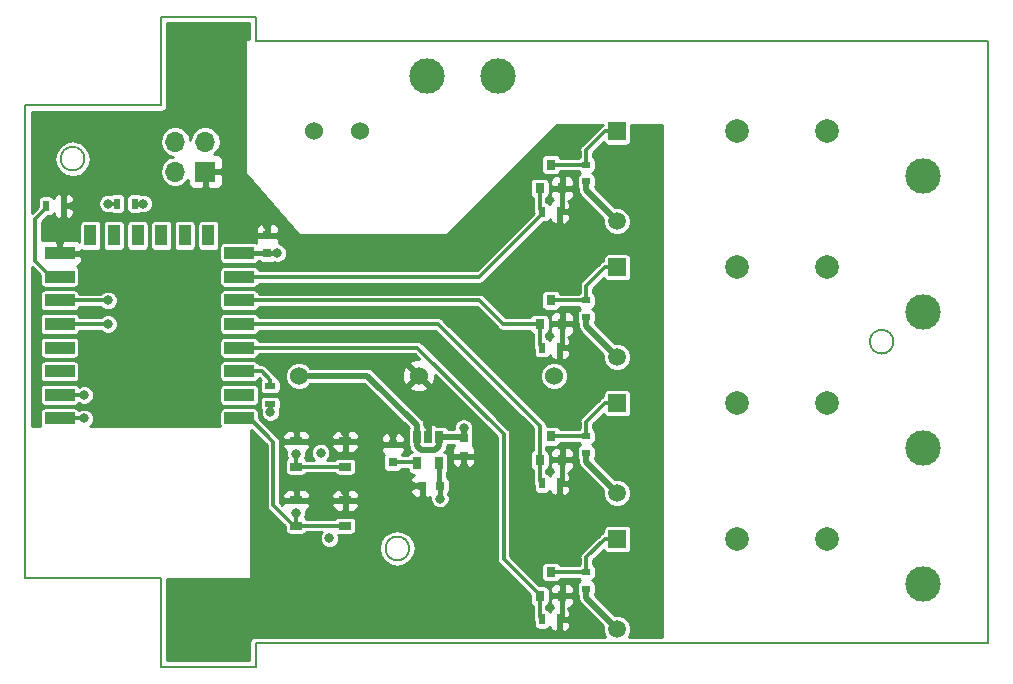
<source format=gtl>
G04 #@! TF.GenerationSoftware,KiCad,Pcbnew,5.0.2-bee76a0~70~ubuntu18.04.1*
G04 #@! TF.CreationDate,2019-12-02T22:21:51+01:00*
G04 #@! TF.ProjectId,meross,6d65726f-7373-42e6-9b69-6361645f7063,rev?*
G04 #@! TF.SameCoordinates,PX6ea0500PY700e860*
G04 #@! TF.FileFunction,Copper,L1,Top*
G04 #@! TF.FilePolarity,Positive*
%FSLAX46Y46*%
G04 Gerber Fmt 4.6, Leading zero omitted, Abs format (unit mm)*
G04 Created by KiCad (PCBNEW 5.0.2-bee76a0~70~ubuntu18.04.1) date Mon 02 Dec 2019 10:21:51 PM CET*
%MOMM*%
%LPD*%
G01*
G04 APERTURE LIST*
G04 #@! TA.AperFunction,NonConductor*
%ADD10C,0.200000*%
G04 #@! TD*
G04 #@! TA.AperFunction,SMDPad,CuDef*
%ADD11R,0.750000X0.800000*%
G04 #@! TD*
G04 #@! TA.AperFunction,SMDPad,CuDef*
%ADD12R,0.800000X0.750000*%
G04 #@! TD*
G04 #@! TA.AperFunction,SMDPad,CuDef*
%ADD13R,0.700000X0.600000*%
G04 #@! TD*
G04 #@! TA.AperFunction,ComponentPad*
%ADD14R,1.520000X1.520000*%
G04 #@! TD*
G04 #@! TA.AperFunction,ComponentPad*
%ADD15C,2.000000*%
G04 #@! TD*
G04 #@! TA.AperFunction,ComponentPad*
%ADD16C,1.520000*%
G04 #@! TD*
G04 #@! TA.AperFunction,SMDPad,CuDef*
%ADD17R,0.800000X0.900000*%
G04 #@! TD*
G04 #@! TA.AperFunction,SMDPad,CuDef*
%ADD18R,0.900000X0.500000*%
G04 #@! TD*
G04 #@! TA.AperFunction,SMDPad,CuDef*
%ADD19R,0.500000X0.900000*%
G04 #@! TD*
G04 #@! TA.AperFunction,SMDPad,CuDef*
%ADD20R,1.050000X0.650000*%
G04 #@! TD*
G04 #@! TA.AperFunction,SMDPad,CuDef*
%ADD21R,2.500000X1.000000*%
G04 #@! TD*
G04 #@! TA.AperFunction,SMDPad,CuDef*
%ADD22R,1.000000X1.800000*%
G04 #@! TD*
G04 #@! TA.AperFunction,SMDPad,CuDef*
%ADD23R,0.650000X1.060000*%
G04 #@! TD*
G04 #@! TA.AperFunction,ComponentPad*
%ADD24C,1.524000*%
G04 #@! TD*
G04 #@! TA.AperFunction,ComponentPad*
%ADD25C,3.000000*%
G04 #@! TD*
G04 #@! TA.AperFunction,ComponentPad*
%ADD26R,1.700000X1.700000*%
G04 #@! TD*
G04 #@! TA.AperFunction,ComponentPad*
%ADD27O,1.700000X1.700000*%
G04 #@! TD*
G04 #@! TA.AperFunction,ViaPad*
%ADD28C,0.800000*%
G04 #@! TD*
G04 #@! TA.AperFunction,Conductor*
%ADD29C,0.400000*%
G04 #@! TD*
G04 #@! TA.AperFunction,Conductor*
%ADD30C,0.300000*%
G04 #@! TD*
G04 #@! TA.AperFunction,Conductor*
%ADD31C,0.500000*%
G04 #@! TD*
G04 #@! TA.AperFunction,Conductor*
%ADD32C,0.254000*%
G04 #@! TD*
G04 APERTURE END LIST*
D10*
X32500000Y10000000D02*
G75*
G03X32500000Y10000000I-1000000J0D01*
G01*
X5000000Y43000000D02*
G75*
G03X5000000Y43000000I-1000000J0D01*
G01*
X73500000Y27500000D02*
G75*
G03X73500000Y27500000I-1000000J0D01*
G01*
X81499999Y53000000D02*
X81500000Y2000000D01*
X81499999Y53000000D02*
X19500000Y53000000D01*
X19500000Y2000000D02*
X81500000Y2000000D01*
X19500000Y0D02*
X19500000Y2000000D01*
X19500000Y53000000D02*
X19500000Y55000000D01*
X19500000Y0D02*
X11500000Y0D01*
X11500000Y55000000D02*
X19500000Y55000000D01*
X11500000Y55000000D02*
X11500000Y47500000D01*
X11500000Y7500000D02*
X11500000Y0D01*
X11500000Y7500000D02*
X0Y7500000D01*
X0Y47500000D02*
X11500000Y47500000D01*
X0Y7500000D02*
X0Y47500000D01*
D11*
G04 #@! TO.P,C2,1*
G04 #@! TO.N,GND*
X37100000Y17809997D03*
G04 #@! TO.P,C2,2*
G04 #@! TO.N,+12V*
X37100000Y19309997D03*
G04 #@! TD*
G04 #@! TO.P,C4,2*
G04 #@! TO.N,GND*
X20500000Y36500000D03*
G04 #@! TO.P,C4,1*
G04 #@! TO.N,+3.3V*
X20500000Y35000000D03*
G04 #@! TD*
G04 #@! TO.P,C5,1*
G04 #@! TO.N,Net-(C5-Pad1)*
X31100000Y17309997D03*
G04 #@! TO.P,C5,2*
G04 #@! TO.N,GND*
X31100000Y18809997D03*
G04 #@! TD*
D12*
G04 #@! TO.P,C6,2*
G04 #@! TO.N,GND*
X33600000Y15309997D03*
G04 #@! TO.P,C6,1*
G04 #@! TO.N,+3.3V*
X35100000Y15309997D03*
G04 #@! TD*
D13*
G04 #@! TO.P,D2,1*
G04 #@! TO.N,+12V*
X47500000Y41100000D03*
G04 #@! TO.P,D2,2*
G04 #@! TO.N,Net-(D2-Pad2)*
X47500000Y42500000D03*
G04 #@! TD*
G04 #@! TO.P,D3,1*
G04 #@! TO.N,+12V*
X47500000Y29600000D03*
G04 #@! TO.P,D3,2*
G04 #@! TO.N,Net-(D3-Pad2)*
X47500000Y31000000D03*
G04 #@! TD*
G04 #@! TO.P,D4,2*
G04 #@! TO.N,Net-(D4-Pad2)*
X47500000Y19500000D03*
G04 #@! TO.P,D4,1*
G04 #@! TO.N,+12V*
X47500000Y18100000D03*
G04 #@! TD*
G04 #@! TO.P,D5,2*
G04 #@! TO.N,Net-(D5-Pad2)*
X47500000Y8000000D03*
G04 #@! TO.P,D5,1*
G04 #@! TO.N,+12V*
X47500000Y6600000D03*
G04 #@! TD*
D14*
G04 #@! TO.P,K1,1*
G04 #@! TO.N,Net-(D2-Pad2)*
X50125000Y45300000D03*
D15*
G04 #@! TO.P,K1,2*
G04 #@! TO.N,/L*
X60285000Y45300000D03*
G04 #@! TO.P,K1,3*
G04 #@! TO.N,Net-(J4-Pad1)*
X67905000Y45300000D03*
D16*
G04 #@! TO.P,K1,5*
G04 #@! TO.N,+12V*
X50125000Y37680000D03*
G04 #@! TD*
G04 #@! TO.P,K2,5*
G04 #@! TO.N,+12V*
X50125000Y26180000D03*
D15*
G04 #@! TO.P,K2,3*
G04 #@! TO.N,Net-(J5-Pad1)*
X67905000Y33800000D03*
G04 #@! TO.P,K2,2*
G04 #@! TO.N,/L*
X60285000Y33800000D03*
D14*
G04 #@! TO.P,K2,1*
G04 #@! TO.N,Net-(D3-Pad2)*
X50125000Y33800000D03*
G04 #@! TD*
G04 #@! TO.P,K3,1*
G04 #@! TO.N,Net-(D4-Pad2)*
X50125000Y22300000D03*
D15*
G04 #@! TO.P,K3,2*
G04 #@! TO.N,/L*
X60285000Y22300000D03*
G04 #@! TO.P,K3,3*
G04 #@! TO.N,Net-(J6-Pad1)*
X67905000Y22300000D03*
D16*
G04 #@! TO.P,K3,5*
G04 #@! TO.N,+12V*
X50125000Y14680000D03*
G04 #@! TD*
G04 #@! TO.P,K4,5*
G04 #@! TO.N,+12V*
X50125000Y3180000D03*
D15*
G04 #@! TO.P,K4,3*
G04 #@! TO.N,Net-(J7-Pad1)*
X67905000Y10800000D03*
G04 #@! TO.P,K4,2*
G04 #@! TO.N,/L*
X60285000Y10800000D03*
D14*
G04 #@! TO.P,K4,1*
G04 #@! TO.N,Net-(D5-Pad2)*
X50125000Y10800000D03*
G04 #@! TD*
D17*
G04 #@! TO.P,Q1,3*
G04 #@! TO.N,Net-(D2-Pad2)*
X44500000Y42500000D03*
G04 #@! TO.P,Q1,2*
G04 #@! TO.N,GND*
X45450000Y40500000D03*
G04 #@! TO.P,Q1,1*
G04 #@! TO.N,/G1*
X43550000Y40500000D03*
G04 #@! TD*
G04 #@! TO.P,Q2,1*
G04 #@! TO.N,/G3*
X43550000Y29000000D03*
G04 #@! TO.P,Q2,2*
G04 #@! TO.N,GND*
X45450000Y29000000D03*
G04 #@! TO.P,Q2,3*
G04 #@! TO.N,Net-(D3-Pad2)*
X44500000Y31000000D03*
G04 #@! TD*
G04 #@! TO.P,Q3,1*
G04 #@! TO.N,/G2*
X43550000Y17500000D03*
G04 #@! TO.P,Q3,2*
G04 #@! TO.N,GND*
X45450000Y17500000D03*
G04 #@! TO.P,Q3,3*
G04 #@! TO.N,Net-(D4-Pad2)*
X44500000Y19500000D03*
G04 #@! TD*
G04 #@! TO.P,Q4,3*
G04 #@! TO.N,Net-(D5-Pad2)*
X44500000Y8000000D03*
G04 #@! TO.P,Q4,2*
G04 #@! TO.N,GND*
X45450000Y6000000D03*
G04 #@! TO.P,Q4,1*
G04 #@! TO.N,/G4*
X43550000Y6000000D03*
G04 #@! TD*
D18*
G04 #@! TO.P,R2,1*
G04 #@! TO.N,+3.3V*
X20750000Y22250000D03*
G04 #@! TO.P,R2,2*
G04 #@! TO.N,Net-(R2-Pad2)*
X20750000Y23750000D03*
G04 #@! TD*
D19*
G04 #@! TO.P,R3,1*
G04 #@! TO.N,Net-(R3-Pad1)*
X1750000Y39000000D03*
G04 #@! TO.P,R3,2*
G04 #@! TO.N,GND*
X3250000Y39000000D03*
G04 #@! TD*
G04 #@! TO.P,R5,2*
G04 #@! TO.N,Net-(R5-Pad2)*
X7750000Y39200000D03*
G04 #@! TO.P,R5,1*
G04 #@! TO.N,+3.3V*
X9250000Y39200000D03*
G04 #@! TD*
G04 #@! TO.P,R7,1*
G04 #@! TO.N,/G1*
X43750000Y38500000D03*
G04 #@! TO.P,R7,2*
G04 #@! TO.N,GND*
X45250000Y38500000D03*
G04 #@! TD*
G04 #@! TO.P,R8,1*
G04 #@! TO.N,/G3*
X43750000Y27000000D03*
G04 #@! TO.P,R8,2*
G04 #@! TO.N,GND*
X45250000Y27000000D03*
G04 #@! TD*
G04 #@! TO.P,R9,2*
G04 #@! TO.N,GND*
X45250000Y15500000D03*
G04 #@! TO.P,R9,1*
G04 #@! TO.N,/G2*
X43750000Y15500000D03*
G04 #@! TD*
G04 #@! TO.P,R10,2*
G04 #@! TO.N,GND*
X45250000Y4000000D03*
G04 #@! TO.P,R10,1*
G04 #@! TO.N,/G4*
X43750000Y4000000D03*
G04 #@! TD*
D20*
G04 #@! TO.P,SW1,1*
G04 #@! TO.N,/RST*
X27075000Y11925000D03*
G04 #@! TO.P,SW1,2*
X22925000Y11925000D03*
G04 #@! TO.P,SW1,3*
G04 #@! TO.N,GND*
X27075000Y14075000D03*
G04 #@! TO.P,SW1,4*
X22925000Y14075000D03*
G04 #@! TD*
G04 #@! TO.P,SW2,4*
G04 #@! TO.N,GND*
X22925000Y19075000D03*
G04 #@! TO.P,SW2,3*
X27075000Y19075000D03*
G04 #@! TO.P,SW2,2*
G04 #@! TO.N,/GPIO0*
X22925000Y16925000D03*
G04 #@! TO.P,SW2,1*
X27075000Y16925000D03*
G04 #@! TD*
D21*
G04 #@! TO.P,U1,1*
G04 #@! TO.N,/RST*
X18100000Y21000000D03*
G04 #@! TO.P,U1,2*
G04 #@! TO.N,N/C*
X18100000Y23000000D03*
G04 #@! TO.P,U1,3*
G04 #@! TO.N,Net-(R2-Pad2)*
X18100000Y25000000D03*
G04 #@! TO.P,U1,4*
G04 #@! TO.N,/G4*
X18100000Y27000000D03*
G04 #@! TO.P,U1,5*
G04 #@! TO.N,/G2*
X18100000Y29000000D03*
G04 #@! TO.P,U1,6*
G04 #@! TO.N,/G3*
X18100000Y31000000D03*
G04 #@! TO.P,U1,7*
G04 #@! TO.N,/G1*
X18100000Y33000000D03*
G04 #@! TO.P,U1,8*
G04 #@! TO.N,+3.3V*
X18100000Y35000000D03*
D22*
G04 #@! TO.P,U1,9*
G04 #@! TO.N,N/C*
X15500000Y36500000D03*
G04 #@! TO.P,U1,10*
X13500000Y36500000D03*
G04 #@! TO.P,U1,11*
X11500000Y36500000D03*
G04 #@! TO.P,U1,12*
X9500000Y36500000D03*
G04 #@! TO.P,U1,13*
X7500000Y36500000D03*
G04 #@! TO.P,U1,14*
X5500000Y36500000D03*
D21*
G04 #@! TO.P,U1,15*
G04 #@! TO.N,GND*
X2900000Y35000000D03*
G04 #@! TO.P,U1,16*
G04 #@! TO.N,Net-(R3-Pad1)*
X2900000Y33000000D03*
G04 #@! TO.P,U1,17*
G04 #@! TO.N,Net-(R5-Pad2)*
X2900000Y31000000D03*
G04 #@! TO.P,U1,18*
G04 #@! TO.N,/GPIO0*
X2900000Y29000000D03*
G04 #@! TO.P,U1,19*
G04 #@! TO.N,N/C*
X2900000Y27000000D03*
G04 #@! TO.P,U1,20*
X2900000Y25000000D03*
G04 #@! TO.P,U1,21*
G04 #@! TO.N,/Rx*
X2900000Y23000000D03*
G04 #@! TO.P,U1,22*
G04 #@! TO.N,/Tx*
X2900000Y21000000D03*
G04 #@! TD*
D23*
G04 #@! TO.P,U2,1*
G04 #@! TO.N,+12V*
X35049999Y19409997D03*
G04 #@! TO.P,U2,2*
G04 #@! TO.N,GND*
X34099999Y19409997D03*
G04 #@! TO.P,U2,3*
G04 #@! TO.N,+12V*
X33149999Y19409997D03*
G04 #@! TO.P,U2,4*
G04 #@! TO.N,Net-(C5-Pad1)*
X33149999Y17209997D03*
G04 #@! TO.P,U2,5*
G04 #@! TO.N,+3.3V*
X35049999Y17209997D03*
G04 #@! TD*
D24*
G04 #@! TO.P,PS1,1*
G04 #@! TO.N,/L*
X24430000Y45380000D03*
G04 #@! TO.P,PS1,2*
G04 #@! TO.N,/N*
X28330000Y45380000D03*
G04 #@! TO.P,PS1,5*
G04 #@! TO.N,+12V*
X23140000Y24620000D03*
G04 #@! TO.P,PS1,4*
G04 #@! TO.N,GND*
X33300000Y24620000D03*
G04 #@! TO.P,PS1,3*
G04 #@! TO.N,N/C*
X44730000Y24620000D03*
G04 #@! TD*
D25*
G04 #@! TO.P,J1,1*
G04 #@! TO.N,/L*
X40000000Y50000000D03*
G04 #@! TD*
G04 #@! TO.P,J2,1*
G04 #@! TO.N,/N*
X34000000Y50000000D03*
G04 #@! TD*
G04 #@! TO.P,J4,1*
G04 #@! TO.N,Net-(J4-Pad1)*
X76000000Y41500000D03*
G04 #@! TD*
G04 #@! TO.P,J5,1*
G04 #@! TO.N,Net-(J5-Pad1)*
X76000000Y30000000D03*
G04 #@! TD*
G04 #@! TO.P,J6,1*
G04 #@! TO.N,Net-(J6-Pad1)*
X76000000Y18500000D03*
G04 #@! TD*
G04 #@! TO.P,J7,1*
G04 #@! TO.N,Net-(J7-Pad1)*
X76000000Y7000000D03*
G04 #@! TD*
D26*
G04 #@! TO.P,J3,1*
G04 #@! TO.N,GND*
X15240000Y41910000D03*
D27*
G04 #@! TO.P,J3,2*
G04 #@! TO.N,+3.3V*
X15240000Y44450000D03*
G04 #@! TO.P,J3,3*
G04 #@! TO.N,/Tx*
X12700000Y41910000D03*
G04 #@! TO.P,J3,4*
G04 #@! TO.N,/Rx*
X12700000Y44450000D03*
G04 #@! TD*
D28*
G04 #@! TO.N,GND*
X37100000Y16909997D03*
X32700000Y15309997D03*
X31100001Y19709997D03*
X34100000Y20409997D03*
X20500000Y37400000D03*
X4000000Y39000000D03*
X2900000Y36000000D03*
X27075000Y14875000D03*
X27100000Y19875000D03*
G04 #@! TO.N,/Rx*
X5000000Y23000000D03*
G04 #@! TO.N,/Tx*
X5000000Y21000000D03*
G04 #@! TO.N,+12V*
X37100000Y20209997D03*
G04 #@! TO.N,+3.3V*
X20750000Y21550000D03*
X21350000Y35000000D03*
X25750000Y10850000D03*
X35100000Y14225000D03*
X10000000Y39200000D03*
X25000000Y18100000D03*
G04 #@! TO.N,/RST*
X22925000Y13000000D03*
G04 #@! TO.N,/GPIO0*
X7000000Y29000000D03*
X22925000Y18000000D03*
G04 #@! TO.N,Net-(R5-Pad2)*
X7000000Y31000000D03*
X7000000Y39200000D03*
G04 #@! TD*
D29*
G04 #@! TO.N,GND*
X37100000Y17809997D02*
X37100000Y16909997D01*
X33600000Y15309997D02*
X32700000Y15309997D01*
X31100000Y18809996D02*
X31100001Y19709997D01*
X34099999Y19409997D02*
X34099999Y20409996D01*
X34099999Y20409996D02*
X34100000Y20409997D01*
X20500000Y36500000D02*
X20500000Y37400000D01*
X3250000Y39000000D02*
X4000000Y39000000D01*
X2900000Y35000000D02*
X2900000Y36000000D01*
X27075000Y14075000D02*
X27075000Y14875000D01*
X27075000Y19075000D02*
X27075000Y19850000D01*
X27075000Y19850000D02*
X27100000Y19875000D01*
X45450000Y38700000D02*
X45250000Y38500000D01*
X45450000Y40500000D02*
X45450000Y38700000D01*
X45450000Y27200000D02*
X45250000Y27000000D01*
X45450000Y29000000D02*
X45450000Y27200000D01*
X45450000Y15700000D02*
X45250000Y15500000D01*
X45450000Y17500000D02*
X45450000Y15700000D01*
X45450000Y4200000D02*
X45250000Y4000000D01*
X45450000Y6000000D02*
X45450000Y4200000D01*
D30*
G04 #@! TO.N,/Rx*
X2900000Y23000000D02*
X5000000Y23000000D01*
G04 #@! TO.N,/Tx*
X2900000Y21000000D02*
X5000000Y21000000D01*
D31*
G04 #@! TO.N,+12V*
X37000001Y19409997D02*
X37100000Y19309997D01*
X35050000Y19409997D02*
X37000001Y19409997D01*
X34700000Y18329996D02*
X35050000Y18679996D01*
X35050000Y18679996D02*
X35050000Y19409997D01*
X33149999Y19409997D02*
X33150000Y18679996D01*
X33500000Y18329996D02*
X34700000Y18329996D01*
X33150000Y18679996D02*
X33500000Y18329996D01*
X37100000Y19309997D02*
X37100000Y20209997D01*
X24217630Y24620000D02*
X23140000Y24620000D01*
X28969996Y24620000D02*
X24217630Y24620000D01*
X33149999Y20439997D02*
X28969996Y24620000D01*
X33149999Y19409997D02*
X33149999Y20439997D01*
X47500000Y40305000D02*
X50125000Y37680000D01*
X47500000Y41100000D02*
X47500000Y40305000D01*
X47500000Y28805000D02*
X50125000Y26180000D01*
X47500000Y29600000D02*
X47500000Y28805000D01*
X47500000Y17305000D02*
X50125000Y14680000D01*
X47500000Y18100000D02*
X47500000Y17305000D01*
X47500000Y5805000D02*
X50125000Y3180000D01*
X47500000Y6600000D02*
X47500000Y5805000D01*
D30*
G04 #@! TO.N,Net-(D2-Pad2)*
X47500000Y43735000D02*
X47500000Y43100000D01*
X49065000Y45300000D02*
X47500000Y43735000D01*
X47500000Y43100000D02*
X47500000Y42500000D01*
X50125000Y45300000D02*
X49065000Y45300000D01*
X47500000Y42500000D02*
X44500000Y42500000D01*
G04 #@! TO.N,Net-(D3-Pad2)*
X47500000Y31600000D02*
X47500000Y31000000D01*
X47500000Y32235000D02*
X47500000Y31600000D01*
X49065000Y33800000D02*
X47500000Y32235000D01*
X50125000Y33800000D02*
X49065000Y33800000D01*
X44500000Y31000000D02*
X47500000Y31000000D01*
G04 #@! TO.N,Net-(D4-Pad2)*
X47500000Y20100000D02*
X47500000Y19500000D01*
X47500000Y20735000D02*
X47500000Y20100000D01*
X49065000Y22300000D02*
X47500000Y20735000D01*
X50125000Y22300000D02*
X49065000Y22300000D01*
X44500000Y19500000D02*
X47500000Y19500000D01*
G04 #@! TO.N,/G1*
X43550000Y38700000D02*
X43750000Y38500000D01*
X43550000Y40500000D02*
X43550000Y38700000D01*
X38450000Y33000000D02*
X19650000Y33000000D01*
X19650000Y33000000D02*
X18100000Y33000000D01*
X43750000Y38500000D02*
X43750000Y38300000D01*
X43750000Y38300000D02*
X38450000Y33000000D01*
G04 #@! TO.N,/G2*
X43550000Y15700000D02*
X43750000Y15500000D01*
X43550000Y17500000D02*
X43550000Y16900000D01*
X43550000Y16900000D02*
X43550000Y15700000D01*
X43550000Y20400000D02*
X43550000Y17500000D01*
X18100000Y29000000D02*
X34950000Y29000000D01*
X34950000Y29000000D02*
X43550000Y20400000D01*
D29*
G04 #@! TO.N,+3.3V*
X35050000Y15359997D02*
X35100000Y15309997D01*
X35050000Y17209997D02*
X35050000Y15359997D01*
X20750000Y22250000D02*
X20750000Y21550000D01*
X18100000Y35000000D02*
X20500000Y35000000D01*
X20500000Y35000000D02*
X21350000Y35000000D01*
X35100000Y15309997D02*
X35100000Y14225000D01*
X9250000Y39200000D02*
X10000000Y39200000D01*
D30*
G04 #@! TO.N,/G4*
X43550000Y4200000D02*
X43750000Y4000000D01*
X43550000Y6000000D02*
X43550000Y4200000D01*
X40500000Y19701458D02*
X40500000Y9100000D01*
X43550000Y6050000D02*
X43550000Y6000000D01*
X33201458Y27000000D02*
X40500000Y19701458D01*
X40500000Y9100000D02*
X43550000Y6050000D01*
X18100000Y27000000D02*
X33201458Y27000000D01*
G04 #@! TO.N,/G3*
X43550000Y27200000D02*
X43750000Y27000000D01*
X43550000Y29000000D02*
X43550000Y27200000D01*
X40450000Y29000000D02*
X43550000Y29000000D01*
X18100000Y31000000D02*
X38450000Y31000000D01*
X38450000Y31000000D02*
X40450000Y29000000D01*
G04 #@! TO.N,/RST*
X21000000Y13650000D02*
X21000000Y19000000D01*
X22925000Y11925000D02*
X22725000Y11925000D01*
X19000000Y21000000D02*
X18100000Y21000000D01*
X21000000Y19000000D02*
X19000000Y21000000D01*
X22725000Y11925000D02*
X21000000Y13650000D01*
X22925000Y11925000D02*
X27075000Y11925000D01*
X22925000Y11925000D02*
X22925000Y12550000D01*
X22925000Y12550000D02*
X22925000Y13000000D01*
G04 #@! TO.N,/GPIO0*
X27075000Y16925000D02*
X22925000Y16925000D01*
X2900000Y29000000D02*
X7000000Y29000000D01*
X22925000Y16925000D02*
X22925000Y18000000D01*
G04 #@! TO.N,Net-(C5-Pad1)*
X33050000Y17309997D02*
X33149999Y17209997D01*
X31100000Y17309997D02*
X33050000Y17309997D01*
G04 #@! TO.N,Net-(D5-Pad2)*
X44500000Y8000000D02*
X47500000Y8000000D01*
X47500000Y8600000D02*
X47500000Y8000000D01*
X49065000Y10800000D02*
X47500000Y9235000D01*
X47500000Y9235000D02*
X47500000Y8600000D01*
X50125000Y10800000D02*
X49065000Y10800000D01*
G04 #@! TO.N,Net-(R2-Pad2)*
X20750000Y24250000D02*
X20750000Y23750000D01*
X18100000Y25000000D02*
X20000000Y25000000D01*
X20000000Y25000000D02*
X20750000Y24250000D01*
G04 #@! TO.N,Net-(R3-Pad1)*
X1750000Y38800000D02*
X800000Y37850000D01*
X1750000Y39000000D02*
X1750000Y38800000D01*
X800000Y37850000D02*
X800000Y34350000D01*
X800000Y34350000D02*
X2150000Y33000000D01*
X2150000Y33000000D02*
X2900000Y33000000D01*
G04 #@! TO.N,Net-(R5-Pad2)*
X2900000Y31000000D02*
X7000000Y31000000D01*
X7750000Y39200000D02*
X7000000Y39200000D01*
G04 #@! TD*
D32*
G04 #@! TO.N,GND*
G36*
X18973000Y53127000D02*
X18700000Y53127000D01*
X18651399Y53117333D01*
X18610197Y53089803D01*
X18582667Y53048601D01*
X18573000Y53000000D01*
X18573000Y41900000D01*
X18579473Y41859971D01*
X18603967Y41816894D01*
X23103967Y36616894D01*
X23151399Y36582667D01*
X23200000Y36573000D01*
X35700000Y36573000D01*
X35748601Y36582667D01*
X35789803Y36610197D01*
X45052606Y45873000D01*
X48929635Y45873000D01*
X48929635Y45861378D01*
X48839866Y45843522D01*
X48649006Y45715994D01*
X48616814Y45667815D01*
X47132188Y44183188D01*
X47084006Y44150994D01*
X46956478Y43960133D01*
X46954809Y43951740D01*
X46911696Y43735000D01*
X46923000Y43678172D01*
X46923000Y43161872D01*
X46842150Y43107850D01*
X46821537Y43077000D01*
X45310103Y43077000D01*
X45302225Y43116607D01*
X45207850Y43257850D01*
X45066607Y43352225D01*
X44900000Y43385365D01*
X44100000Y43385365D01*
X43933393Y43352225D01*
X43792150Y43257850D01*
X43697775Y43116607D01*
X43664635Y42950000D01*
X43664635Y42050000D01*
X43697775Y41883393D01*
X43792150Y41742150D01*
X43933393Y41647775D01*
X44100000Y41614635D01*
X44900000Y41614635D01*
X45066607Y41647775D01*
X45207850Y41742150D01*
X45302225Y41883393D01*
X45310103Y41923000D01*
X46821537Y41923000D01*
X46842150Y41892150D01*
X46980063Y41800000D01*
X46842150Y41707850D01*
X46747775Y41566607D01*
X46714635Y41400000D01*
X46714635Y40800000D01*
X46747775Y40633393D01*
X46823000Y40520810D01*
X46823000Y40371676D01*
X46809737Y40305000D01*
X46823000Y40238324D01*
X46823000Y40238322D01*
X46862281Y40040848D01*
X47011911Y39816910D01*
X47068441Y39779138D01*
X48938000Y37909578D01*
X48938000Y37443891D01*
X49118710Y37007618D01*
X49452618Y36673710D01*
X49888891Y36493000D01*
X50361109Y36493000D01*
X50797382Y36673710D01*
X51131290Y37007618D01*
X51312000Y37443891D01*
X51312000Y37916109D01*
X51131290Y38352382D01*
X50797382Y38686290D01*
X50361109Y38867000D01*
X49895422Y38867000D01*
X48202879Y40559542D01*
X48252225Y40633393D01*
X48285365Y40800000D01*
X48285365Y41400000D01*
X48252225Y41566607D01*
X48157850Y41707850D01*
X48019937Y41800000D01*
X48157850Y41892150D01*
X48252225Y42033393D01*
X48285365Y42200000D01*
X48285365Y42800000D01*
X48252225Y42966607D01*
X48157850Y43107850D01*
X48077000Y43161872D01*
X48077000Y43496000D01*
X48961384Y44380384D01*
X48962775Y44373393D01*
X49057150Y44232150D01*
X49198393Y44137775D01*
X49365000Y44104635D01*
X50885000Y44104635D01*
X51051607Y44137775D01*
X51192850Y44232150D01*
X51287225Y44373393D01*
X51320365Y44540000D01*
X51320365Y45873000D01*
X53873000Y45873000D01*
X53873000Y2527000D01*
X51139318Y2527000D01*
X51312000Y2943891D01*
X51312000Y3416109D01*
X51131290Y3852382D01*
X50797382Y4186290D01*
X50361109Y4367000D01*
X49895422Y4367000D01*
X48202879Y6059542D01*
X48252225Y6133393D01*
X48285365Y6300000D01*
X48285365Y6900000D01*
X48252225Y7066607D01*
X48157850Y7207850D01*
X48019937Y7300000D01*
X48157850Y7392150D01*
X48252225Y7533393D01*
X48285365Y7700000D01*
X48285365Y8300000D01*
X48252225Y8466607D01*
X48157850Y8607850D01*
X48077000Y8661872D01*
X48077000Y8996000D01*
X48961384Y9880384D01*
X48962775Y9873393D01*
X49057150Y9732150D01*
X49198393Y9637775D01*
X49365000Y9604635D01*
X50885000Y9604635D01*
X51051607Y9637775D01*
X51192850Y9732150D01*
X51287225Y9873393D01*
X51320365Y10040000D01*
X51320365Y11560000D01*
X51287225Y11726607D01*
X51192850Y11867850D01*
X51051607Y11962225D01*
X50885000Y11995365D01*
X49365000Y11995365D01*
X49198393Y11962225D01*
X49057150Y11867850D01*
X48962775Y11726607D01*
X48929635Y11560000D01*
X48929635Y11361378D01*
X48839866Y11343522D01*
X48649006Y11215994D01*
X48616814Y11167815D01*
X47132188Y9683188D01*
X47084006Y9650994D01*
X46956478Y9460133D01*
X46946106Y9407989D01*
X46911696Y9235000D01*
X46923000Y9178172D01*
X46923000Y8661872D01*
X46842150Y8607850D01*
X46821537Y8577000D01*
X45310103Y8577000D01*
X45302225Y8616607D01*
X45207850Y8757850D01*
X45066607Y8852225D01*
X44900000Y8885365D01*
X44100000Y8885365D01*
X43933393Y8852225D01*
X43792150Y8757850D01*
X43697775Y8616607D01*
X43664635Y8450000D01*
X43664635Y7550000D01*
X43697775Y7383393D01*
X43792150Y7242150D01*
X43933393Y7147775D01*
X44100000Y7114635D01*
X44900000Y7114635D01*
X45066607Y7147775D01*
X45207850Y7242150D01*
X45302225Y7383393D01*
X45310103Y7423000D01*
X46821537Y7423000D01*
X46842150Y7392150D01*
X46980063Y7300000D01*
X46842150Y7207850D01*
X46747775Y7066607D01*
X46714635Y6900000D01*
X46714635Y6300000D01*
X46747775Y6133393D01*
X46823000Y6020810D01*
X46823000Y5871676D01*
X46809737Y5805000D01*
X46823000Y5738324D01*
X46823000Y5738322D01*
X46862281Y5540848D01*
X47011911Y5316910D01*
X47068441Y5279138D01*
X48938000Y3409578D01*
X48938000Y2943891D01*
X49110682Y2527000D01*
X19551903Y2527000D01*
X19500000Y2537324D01*
X19448098Y2527000D01*
X19448097Y2527000D01*
X19294375Y2496423D01*
X19120055Y2379945D01*
X19003577Y2205625D01*
X18962676Y2000000D01*
X18973001Y1948093D01*
X18973000Y527000D01*
X12027000Y527000D01*
X12027000Y7373000D01*
X19000000Y7373000D01*
X19048601Y7382667D01*
X19089803Y7410197D01*
X19117333Y7451399D01*
X19127000Y7500000D01*
X19127000Y10000000D01*
X29953000Y10000000D01*
X30070758Y9407989D01*
X30406106Y8906106D01*
X30907989Y8570758D01*
X31500000Y8453000D01*
X32092011Y8570758D01*
X32593894Y8906106D01*
X32929242Y9407989D01*
X33047000Y10000000D01*
X32929242Y10592011D01*
X32593894Y11093894D01*
X32092011Y11429242D01*
X31500000Y11547000D01*
X30907989Y11429242D01*
X30406106Y11093894D01*
X30070758Y10592011D01*
X29953000Y10000000D01*
X19127000Y10000000D01*
X19127000Y20057000D01*
X20423001Y18760998D01*
X20423000Y13706828D01*
X20411696Y13650000D01*
X20423000Y13593172D01*
X20456478Y13424867D01*
X20584006Y13234006D01*
X20632188Y13201812D01*
X21964635Y11869364D01*
X21964635Y11600000D01*
X21997775Y11433393D01*
X22092150Y11292150D01*
X22233393Y11197775D01*
X22400000Y11164635D01*
X23450000Y11164635D01*
X23616607Y11197775D01*
X23757850Y11292150D01*
X23795168Y11348000D01*
X25078445Y11348000D01*
X25048903Y11318458D01*
X24923000Y11014501D01*
X24923000Y10685499D01*
X25048903Y10381542D01*
X25281542Y10148903D01*
X25585499Y10023000D01*
X25914501Y10023000D01*
X26218458Y10148903D01*
X26451097Y10381542D01*
X26577000Y10685499D01*
X26577000Y11014501D01*
X26511653Y11172263D01*
X26550000Y11164635D01*
X27600000Y11164635D01*
X27766607Y11197775D01*
X27907850Y11292150D01*
X28002225Y11433393D01*
X28035365Y11600000D01*
X28035365Y12250000D01*
X28002225Y12416607D01*
X27907850Y12557850D01*
X27766607Y12652225D01*
X27600000Y12685365D01*
X26550000Y12685365D01*
X26383393Y12652225D01*
X26242150Y12557850D01*
X26204832Y12502000D01*
X23795168Y12502000D01*
X23757850Y12557850D01*
X23663192Y12621098D01*
X23752000Y12835499D01*
X23752000Y13164501D01*
X23743772Y13184365D01*
X23809698Y13211673D01*
X23988327Y13390301D01*
X24085000Y13623690D01*
X24085000Y13789250D01*
X25915000Y13789250D01*
X25915000Y13623690D01*
X26011673Y13390301D01*
X26190302Y13211673D01*
X26423691Y13115000D01*
X26789250Y13115000D01*
X26948000Y13273750D01*
X26948000Y13948000D01*
X27202000Y13948000D01*
X27202000Y13273750D01*
X27360750Y13115000D01*
X27726309Y13115000D01*
X27959698Y13211673D01*
X28138327Y13390301D01*
X28235000Y13623690D01*
X28235000Y13789250D01*
X28076250Y13948000D01*
X27202000Y13948000D01*
X26948000Y13948000D01*
X26073750Y13948000D01*
X25915000Y13789250D01*
X24085000Y13789250D01*
X23926250Y13948000D01*
X23052000Y13948000D01*
X23052000Y13928000D01*
X22798000Y13928000D01*
X22798000Y13948000D01*
X21923750Y13948000D01*
X21765000Y13789250D01*
X21765000Y13701000D01*
X21577000Y13889000D01*
X21577000Y14526310D01*
X21765000Y14526310D01*
X21765000Y14360750D01*
X21923750Y14202000D01*
X22798000Y14202000D01*
X22798000Y14876250D01*
X23052000Y14876250D01*
X23052000Y14202000D01*
X23926250Y14202000D01*
X24085000Y14360750D01*
X24085000Y14526310D01*
X25915000Y14526310D01*
X25915000Y14360750D01*
X26073750Y14202000D01*
X26948000Y14202000D01*
X26948000Y14876250D01*
X27202000Y14876250D01*
X27202000Y14202000D01*
X28076250Y14202000D01*
X28235000Y14360750D01*
X28235000Y14526310D01*
X28138327Y14759699D01*
X27959698Y14938327D01*
X27752270Y15024247D01*
X32565000Y15024247D01*
X32565000Y14808687D01*
X32661673Y14575298D01*
X32840302Y14396670D01*
X33073691Y14299997D01*
X33314250Y14299997D01*
X33473000Y14458747D01*
X33473000Y15182997D01*
X32723750Y15182997D01*
X32565000Y15024247D01*
X27752270Y15024247D01*
X27726309Y15035000D01*
X27360750Y15035000D01*
X27202000Y14876250D01*
X26948000Y14876250D01*
X26789250Y15035000D01*
X26423691Y15035000D01*
X26190302Y14938327D01*
X26011673Y14759699D01*
X25915000Y14526310D01*
X24085000Y14526310D01*
X23988327Y14759699D01*
X23809698Y14938327D01*
X23576309Y15035000D01*
X23210750Y15035000D01*
X23052000Y14876250D01*
X22798000Y14876250D01*
X22639250Y15035000D01*
X22273691Y15035000D01*
X22040302Y14938327D01*
X21861673Y14759699D01*
X21765000Y14526310D01*
X21577000Y14526310D01*
X21577000Y18789250D01*
X21765000Y18789250D01*
X21765000Y18623690D01*
X21861673Y18390301D01*
X22040302Y18211673D01*
X22106228Y18184365D01*
X22098000Y18164501D01*
X22098000Y17835499D01*
X22186808Y17621098D01*
X22092150Y17557850D01*
X21997775Y17416607D01*
X21964635Y17250000D01*
X21964635Y16600000D01*
X21997775Y16433393D01*
X22092150Y16292150D01*
X22233393Y16197775D01*
X22400000Y16164635D01*
X23450000Y16164635D01*
X23616607Y16197775D01*
X23757850Y16292150D01*
X23795168Y16348000D01*
X26204832Y16348000D01*
X26242150Y16292150D01*
X26383393Y16197775D01*
X26550000Y16164635D01*
X27600000Y16164635D01*
X27766607Y16197775D01*
X27907850Y16292150D01*
X28002225Y16433393D01*
X28035365Y16600000D01*
X28035365Y17250000D01*
X28002225Y17416607D01*
X27907850Y17557850D01*
X27766607Y17652225D01*
X27600000Y17685365D01*
X26550000Y17685365D01*
X26383393Y17652225D01*
X26242150Y17557850D01*
X26204832Y17502000D01*
X25571555Y17502000D01*
X25701097Y17631542D01*
X25827000Y17935499D01*
X25827000Y18264501D01*
X25701097Y18568458D01*
X25480305Y18789250D01*
X25915000Y18789250D01*
X25915000Y18623690D01*
X26011673Y18390301D01*
X26190302Y18211673D01*
X26423691Y18115000D01*
X26789250Y18115000D01*
X26948000Y18273750D01*
X26948000Y18948000D01*
X27202000Y18948000D01*
X27202000Y18273750D01*
X27360750Y18115000D01*
X27726309Y18115000D01*
X27959698Y18211673D01*
X28138327Y18390301D01*
X28235000Y18623690D01*
X28235000Y18789250D01*
X28076250Y18948000D01*
X27202000Y18948000D01*
X26948000Y18948000D01*
X26073750Y18948000D01*
X25915000Y18789250D01*
X25480305Y18789250D01*
X25468458Y18801097D01*
X25164501Y18927000D01*
X24835499Y18927000D01*
X24531542Y18801097D01*
X24298903Y18568458D01*
X24173000Y18264501D01*
X24173000Y17935499D01*
X24298903Y17631542D01*
X24428445Y17502000D01*
X23795168Y17502000D01*
X23757850Y17557850D01*
X23663192Y17621098D01*
X23752000Y17835499D01*
X23752000Y18164501D01*
X23743772Y18184365D01*
X23809698Y18211673D01*
X23988327Y18390301D01*
X24085000Y18623690D01*
X24085000Y18789250D01*
X23926250Y18948000D01*
X23052000Y18948000D01*
X23052000Y18928000D01*
X22798000Y18928000D01*
X22798000Y18948000D01*
X21923750Y18948000D01*
X21765000Y18789250D01*
X21577000Y18789250D01*
X21577000Y18943173D01*
X21588304Y19000001D01*
X21571594Y19084006D01*
X21543522Y19225134D01*
X21415994Y19415994D01*
X21367815Y19448186D01*
X21289691Y19526310D01*
X21765000Y19526310D01*
X21765000Y19360750D01*
X21923750Y19202000D01*
X22798000Y19202000D01*
X22798000Y19876250D01*
X23052000Y19876250D01*
X23052000Y19202000D01*
X23926250Y19202000D01*
X24085000Y19360750D01*
X24085000Y19526310D01*
X25915000Y19526310D01*
X25915000Y19360750D01*
X26073750Y19202000D01*
X26948000Y19202000D01*
X26948000Y19876250D01*
X27202000Y19876250D01*
X27202000Y19202000D01*
X28076250Y19202000D01*
X28210556Y19336306D01*
X30090000Y19336306D01*
X30090000Y19095747D01*
X30248750Y18936997D01*
X30973000Y18936997D01*
X30973000Y19686247D01*
X31227000Y19686247D01*
X31227000Y18936997D01*
X31951250Y18936997D01*
X32110000Y19095747D01*
X32110000Y19336306D01*
X32013327Y19569695D01*
X31834699Y19748324D01*
X31601310Y19844997D01*
X31385750Y19844997D01*
X31227000Y19686247D01*
X30973000Y19686247D01*
X30814250Y19844997D01*
X30598690Y19844997D01*
X30365301Y19748324D01*
X30186673Y19569695D01*
X30090000Y19336306D01*
X28210556Y19336306D01*
X28235000Y19360750D01*
X28235000Y19526310D01*
X28138327Y19759699D01*
X27959698Y19938327D01*
X27726309Y20035000D01*
X27360750Y20035000D01*
X27202000Y19876250D01*
X26948000Y19876250D01*
X26789250Y20035000D01*
X26423691Y20035000D01*
X26190302Y19938327D01*
X26011673Y19759699D01*
X25915000Y19526310D01*
X24085000Y19526310D01*
X23988327Y19759699D01*
X23809698Y19938327D01*
X23576309Y20035000D01*
X23210750Y20035000D01*
X23052000Y19876250D01*
X22798000Y19876250D01*
X22639250Y20035000D01*
X22273691Y20035000D01*
X22040302Y19938327D01*
X21861673Y19759699D01*
X21765000Y19526310D01*
X21289691Y19526310D01*
X19785365Y21030635D01*
X19785365Y21500000D01*
X19752225Y21666607D01*
X19657850Y21807850D01*
X19516607Y21902225D01*
X19350000Y21935365D01*
X16850000Y21935365D01*
X16683393Y21902225D01*
X16542150Y21807850D01*
X16447775Y21666607D01*
X16414635Y21500000D01*
X16414635Y20500000D01*
X16447775Y20333393D01*
X16452047Y20327000D01*
X5496555Y20327000D01*
X5701097Y20531542D01*
X5827000Y20835499D01*
X5827000Y21164501D01*
X5701097Y21468458D01*
X5468458Y21701097D01*
X5164501Y21827000D01*
X4835499Y21827000D01*
X4531542Y21701097D01*
X4530126Y21699681D01*
X4457850Y21807850D01*
X4316607Y21902225D01*
X4150000Y21935365D01*
X1650000Y21935365D01*
X1483393Y21902225D01*
X1342150Y21807850D01*
X1247775Y21666607D01*
X1214635Y21500000D01*
X1214635Y20500000D01*
X1247775Y20333393D01*
X1252047Y20327000D01*
X527000Y20327000D01*
X527000Y23500000D01*
X1214635Y23500000D01*
X1214635Y22500000D01*
X1247775Y22333393D01*
X1342150Y22192150D01*
X1483393Y22097775D01*
X1650000Y22064635D01*
X4150000Y22064635D01*
X4316607Y22097775D01*
X4457850Y22192150D01*
X4530126Y22300319D01*
X4531542Y22298903D01*
X4835499Y22173000D01*
X5164501Y22173000D01*
X5468458Y22298903D01*
X5701097Y22531542D01*
X5827000Y22835499D01*
X5827000Y23164501D01*
X5701097Y23468458D01*
X5669555Y23500000D01*
X16414635Y23500000D01*
X16414635Y22500000D01*
X16447775Y22333393D01*
X16542150Y22192150D01*
X16683393Y22097775D01*
X16850000Y22064635D01*
X19350000Y22064635D01*
X19516607Y22097775D01*
X19657850Y22192150D01*
X19752225Y22333393D01*
X19785365Y22500000D01*
X19864635Y22500000D01*
X19864635Y22000000D01*
X19897775Y21833393D01*
X19943747Y21764590D01*
X19923000Y21714501D01*
X19923000Y21385499D01*
X20048903Y21081542D01*
X20281542Y20848903D01*
X20585499Y20723000D01*
X20914501Y20723000D01*
X21218458Y20848903D01*
X21451097Y21081542D01*
X21577000Y21385499D01*
X21577000Y21714501D01*
X21556253Y21764590D01*
X21602225Y21833393D01*
X21635365Y22000000D01*
X21635365Y22500000D01*
X21602225Y22666607D01*
X21507850Y22807850D01*
X21366607Y22902225D01*
X21200000Y22935365D01*
X20300000Y22935365D01*
X20133393Y22902225D01*
X19992150Y22807850D01*
X19897775Y22666607D01*
X19864635Y22500000D01*
X19785365Y22500000D01*
X19785365Y23500000D01*
X19752225Y23666607D01*
X19657850Y23807850D01*
X19516607Y23902225D01*
X19350000Y23935365D01*
X16850000Y23935365D01*
X16683393Y23902225D01*
X16542150Y23807850D01*
X16447775Y23666607D01*
X16414635Y23500000D01*
X5669555Y23500000D01*
X5468458Y23701097D01*
X5164501Y23827000D01*
X4835499Y23827000D01*
X4531542Y23701097D01*
X4530126Y23699681D01*
X4457850Y23807850D01*
X4316607Y23902225D01*
X4150000Y23935365D01*
X1650000Y23935365D01*
X1483393Y23902225D01*
X1342150Y23807850D01*
X1247775Y23666607D01*
X1214635Y23500000D01*
X527000Y23500000D01*
X527000Y25500000D01*
X1214635Y25500000D01*
X1214635Y24500000D01*
X1247775Y24333393D01*
X1342150Y24192150D01*
X1483393Y24097775D01*
X1650000Y24064635D01*
X4150000Y24064635D01*
X4316607Y24097775D01*
X4457850Y24192150D01*
X4552225Y24333393D01*
X4585365Y24500000D01*
X4585365Y25500000D01*
X16414635Y25500000D01*
X16414635Y24500000D01*
X16447775Y24333393D01*
X16542150Y24192150D01*
X16683393Y24097775D01*
X16850000Y24064635D01*
X19350000Y24064635D01*
X19516607Y24097775D01*
X19657850Y24192150D01*
X19752225Y24333393D01*
X19768548Y24415452D01*
X19945687Y24238313D01*
X19897775Y24166607D01*
X19864635Y24000000D01*
X19864635Y23500000D01*
X19897775Y23333393D01*
X19992150Y23192150D01*
X20133393Y23097775D01*
X20300000Y23064635D01*
X21200000Y23064635D01*
X21366607Y23097775D01*
X21507850Y23192150D01*
X21602225Y23333393D01*
X21635365Y23500000D01*
X21635365Y24000000D01*
X21602225Y24166607D01*
X21507850Y24307850D01*
X21366607Y24402225D01*
X21305611Y24414358D01*
X21293522Y24475134D01*
X21165994Y24665994D01*
X21117815Y24698186D01*
X20959494Y24856507D01*
X21951000Y24856507D01*
X21951000Y24383493D01*
X22132014Y23946486D01*
X22466486Y23612014D01*
X22903493Y23431000D01*
X23376507Y23431000D01*
X23813514Y23612014D01*
X24144500Y23943000D01*
X28689575Y23943000D01*
X32464108Y20168466D01*
X32422774Y20106604D01*
X32389634Y19939997D01*
X32389634Y18879997D01*
X32422774Y18713390D01*
X32465947Y18648777D01*
X32493995Y18507772D01*
X32512281Y18415844D01*
X32661911Y18191906D01*
X32718404Y18154159D01*
X32658392Y18142222D01*
X32517149Y18047847D01*
X32422774Y17906604D01*
X32418874Y17886997D01*
X31870281Y17886997D01*
X31862168Y17899139D01*
X32013327Y18050299D01*
X32110000Y18283688D01*
X32110000Y18524247D01*
X31951250Y18682997D01*
X31227000Y18682997D01*
X31227000Y18662997D01*
X30973000Y18662997D01*
X30973000Y18682997D01*
X30248750Y18682997D01*
X30090000Y18524247D01*
X30090000Y18283688D01*
X30186673Y18050299D01*
X30337832Y17899139D01*
X30322775Y17876604D01*
X30289635Y17709997D01*
X30289635Y16909997D01*
X30322775Y16743390D01*
X30417150Y16602147D01*
X30558393Y16507772D01*
X30725000Y16474632D01*
X31475000Y16474632D01*
X31641607Y16507772D01*
X31782850Y16602147D01*
X31870281Y16732997D01*
X32389634Y16732997D01*
X32389634Y16679997D01*
X32422774Y16513390D01*
X32517149Y16372147D01*
X32658392Y16277772D01*
X32824999Y16244632D01*
X32891744Y16244632D01*
X32840302Y16223324D01*
X32661673Y16044696D01*
X32565000Y15811307D01*
X32565000Y15595747D01*
X32723750Y15436997D01*
X33473000Y15436997D01*
X33473000Y15456997D01*
X33727000Y15456997D01*
X33727000Y15436997D01*
X33747000Y15436997D01*
X33747000Y15182997D01*
X33727000Y15182997D01*
X33727000Y14458747D01*
X33885750Y14299997D01*
X34126309Y14299997D01*
X34273000Y14360758D01*
X34273000Y14060499D01*
X34398903Y13756542D01*
X34631542Y13523903D01*
X34935499Y13398000D01*
X35264501Y13398000D01*
X35568458Y13523903D01*
X35801097Y13756542D01*
X35927000Y14060499D01*
X35927000Y14389501D01*
X35820637Y14646284D01*
X35902225Y14768390D01*
X35935365Y14934997D01*
X35935365Y15684997D01*
X35902225Y15851604D01*
X35807850Y15992847D01*
X35677000Y16080278D01*
X35677000Y16368239D01*
X35682849Y16372147D01*
X35777224Y16513390D01*
X35810364Y16679997D01*
X35810364Y17524247D01*
X36090000Y17524247D01*
X36090000Y17283688D01*
X36186673Y17050299D01*
X36365301Y16871670D01*
X36598690Y16774997D01*
X36814250Y16774997D01*
X36973000Y16933747D01*
X36973000Y17682997D01*
X37227000Y17682997D01*
X37227000Y16933747D01*
X37385750Y16774997D01*
X37601310Y16774997D01*
X37834699Y16871670D01*
X38013327Y17050299D01*
X38110000Y17283688D01*
X38110000Y17524247D01*
X37951250Y17682997D01*
X37227000Y17682997D01*
X36973000Y17682997D01*
X36248750Y17682997D01*
X36090000Y17524247D01*
X35810364Y17524247D01*
X35810364Y17739997D01*
X35777224Y17906604D01*
X35682849Y18047847D01*
X35541606Y18142222D01*
X35481596Y18154159D01*
X35538089Y18191906D01*
X35687720Y18415844D01*
X35727000Y18613318D01*
X35727000Y18613319D01*
X35734054Y18648781D01*
X35777224Y18713390D01*
X35781124Y18732997D01*
X36329719Y18732997D01*
X36337832Y18720855D01*
X36186673Y18569695D01*
X36090000Y18336306D01*
X36090000Y18095747D01*
X36248750Y17936997D01*
X36973000Y17936997D01*
X36973000Y17956997D01*
X37227000Y17956997D01*
X37227000Y17936997D01*
X37951250Y17936997D01*
X38110000Y18095747D01*
X38110000Y18336306D01*
X38013327Y18569695D01*
X37862168Y18720855D01*
X37877225Y18743390D01*
X37910365Y18909997D01*
X37910365Y19709997D01*
X37877225Y19876604D01*
X37864766Y19895250D01*
X37927000Y20045496D01*
X37927000Y20374498D01*
X37801097Y20678455D01*
X37568458Y20911094D01*
X37264501Y21036997D01*
X36935499Y21036997D01*
X36631542Y20911094D01*
X36398903Y20678455D01*
X36273000Y20374498D01*
X36273000Y20086997D01*
X35781124Y20086997D01*
X35777224Y20106604D01*
X35682849Y20247847D01*
X35541606Y20342222D01*
X35374999Y20375362D01*
X34887659Y20375362D01*
X34784698Y20478324D01*
X34551309Y20574997D01*
X34385749Y20574997D01*
X34226999Y20416247D01*
X34226999Y19536997D01*
X34246999Y19536997D01*
X34246999Y19282997D01*
X34226999Y19282997D01*
X34226999Y19262997D01*
X33972999Y19262997D01*
X33972999Y19282997D01*
X33952999Y19282997D01*
X33952999Y19536997D01*
X33972999Y19536997D01*
X33972999Y20416247D01*
X33814249Y20574997D01*
X33813409Y20574997D01*
X33787719Y20704149D01*
X33638089Y20928087D01*
X33581559Y20965859D01*
X30907631Y23639787D01*
X32499392Y23639787D01*
X32568857Y23397603D01*
X33092302Y23210856D01*
X33647368Y23238638D01*
X34031143Y23397603D01*
X34100608Y23639787D01*
X33300000Y24440395D01*
X32499392Y23639787D01*
X30907631Y23639787D01*
X29719720Y24827698D01*
X31890856Y24827698D01*
X31918638Y24272632D01*
X32077603Y23888857D01*
X32319787Y23819392D01*
X33120395Y24620000D01*
X32319787Y25420608D01*
X32077603Y25351143D01*
X31890856Y24827698D01*
X29719720Y24827698D01*
X29495860Y25051557D01*
X29458086Y25108090D01*
X29234148Y25257720D01*
X29036674Y25297000D01*
X29036672Y25297000D01*
X28969996Y25310263D01*
X28903320Y25297000D01*
X24144500Y25297000D01*
X23813514Y25627986D01*
X23376507Y25809000D01*
X22903493Y25809000D01*
X22466486Y25627986D01*
X22132014Y25293514D01*
X21951000Y24856507D01*
X20959494Y24856507D01*
X20448188Y25367812D01*
X20415994Y25415994D01*
X20225134Y25543522D01*
X20056829Y25577000D01*
X20056828Y25577000D01*
X20000000Y25588304D01*
X19943172Y25577000D01*
X19770049Y25577000D01*
X19752225Y25666607D01*
X19657850Y25807850D01*
X19516607Y25902225D01*
X19350000Y25935365D01*
X16850000Y25935365D01*
X16683393Y25902225D01*
X16542150Y25807850D01*
X16447775Y25666607D01*
X16414635Y25500000D01*
X4585365Y25500000D01*
X4552225Y25666607D01*
X4457850Y25807850D01*
X4316607Y25902225D01*
X4150000Y25935365D01*
X1650000Y25935365D01*
X1483393Y25902225D01*
X1342150Y25807850D01*
X1247775Y25666607D01*
X1214635Y25500000D01*
X527000Y25500000D01*
X527000Y27500000D01*
X1214635Y27500000D01*
X1214635Y26500000D01*
X1247775Y26333393D01*
X1342150Y26192150D01*
X1483393Y26097775D01*
X1650000Y26064635D01*
X4150000Y26064635D01*
X4316607Y26097775D01*
X4457850Y26192150D01*
X4552225Y26333393D01*
X4585365Y26500000D01*
X4585365Y27500000D01*
X16414635Y27500000D01*
X16414635Y26500000D01*
X16447775Y26333393D01*
X16542150Y26192150D01*
X16683393Y26097775D01*
X16850000Y26064635D01*
X19350000Y26064635D01*
X19516607Y26097775D01*
X19657850Y26192150D01*
X19752225Y26333393D01*
X19770049Y26423000D01*
X32962458Y26423000D01*
X33363530Y26021928D01*
X32952632Y26001362D01*
X32568857Y25842397D01*
X32499392Y25600213D01*
X33300000Y24799605D01*
X33314143Y24813747D01*
X33493748Y24634142D01*
X33479605Y24620000D01*
X34280213Y23819392D01*
X34522397Y23888857D01*
X34709144Y24412302D01*
X34695234Y24690224D01*
X39923000Y19462457D01*
X39923001Y9156833D01*
X39911696Y9100000D01*
X39932221Y8996817D01*
X39956479Y8874866D01*
X40084007Y8684006D01*
X40132186Y8651814D01*
X42714635Y6069364D01*
X42714635Y5550000D01*
X42747775Y5383393D01*
X42842150Y5242150D01*
X42973000Y5154719D01*
X42973001Y4256832D01*
X42961696Y4200000D01*
X43006479Y3974866D01*
X43064635Y3887829D01*
X43064635Y3550000D01*
X43097775Y3383393D01*
X43192150Y3242150D01*
X43333393Y3147775D01*
X43500000Y3114635D01*
X44000000Y3114635D01*
X44166607Y3147775D01*
X44307850Y3242150D01*
X44389549Y3364423D01*
X44461673Y3190301D01*
X44640302Y3011673D01*
X44873691Y2915000D01*
X44966250Y2915000D01*
X45125000Y3073750D01*
X45125000Y3873000D01*
X45375000Y3873000D01*
X45375000Y3073750D01*
X45533750Y2915000D01*
X45626309Y2915000D01*
X45859698Y3011673D01*
X46038327Y3190301D01*
X46135000Y3423690D01*
X46135000Y3714250D01*
X45976250Y3873000D01*
X45375000Y3873000D01*
X45125000Y3873000D01*
X45103000Y3873000D01*
X45103000Y4127000D01*
X45125000Y4127000D01*
X45125000Y4147000D01*
X45375000Y4147000D01*
X45375000Y4127000D01*
X45976250Y4127000D01*
X46135000Y4285750D01*
X46135000Y4576310D01*
X46038327Y4809699D01*
X45933025Y4915000D01*
X45976310Y4915000D01*
X46209699Y5011673D01*
X46388327Y5190302D01*
X46485000Y5423691D01*
X46485000Y5714250D01*
X46326250Y5873000D01*
X45577000Y5873000D01*
X45577000Y5853000D01*
X45323000Y5853000D01*
X45323000Y5873000D01*
X44573750Y5873000D01*
X44415000Y5714250D01*
X44415000Y5423691D01*
X44511673Y5190302D01*
X44690301Y5011673D01*
X44693483Y5010355D01*
X44640302Y4988327D01*
X44461673Y4809699D01*
X44389549Y4635577D01*
X44307850Y4757850D01*
X44166607Y4852225D01*
X44127000Y4860103D01*
X44127000Y5154719D01*
X44257850Y5242150D01*
X44352225Y5383393D01*
X44385365Y5550000D01*
X44385365Y6450000D01*
X44360241Y6576309D01*
X44415000Y6576309D01*
X44415000Y6285750D01*
X44573750Y6127000D01*
X45323000Y6127000D01*
X45323000Y6926250D01*
X45577000Y6926250D01*
X45577000Y6127000D01*
X46326250Y6127000D01*
X46485000Y6285750D01*
X46485000Y6576309D01*
X46388327Y6809698D01*
X46209699Y6988327D01*
X45976310Y7085000D01*
X45735750Y7085000D01*
X45577000Y6926250D01*
X45323000Y6926250D01*
X45164250Y7085000D01*
X44923690Y7085000D01*
X44690301Y6988327D01*
X44511673Y6809698D01*
X44415000Y6576309D01*
X44360241Y6576309D01*
X44352225Y6616607D01*
X44257850Y6757850D01*
X44116607Y6852225D01*
X43950000Y6885365D01*
X43530636Y6885365D01*
X41077000Y9339000D01*
X41077000Y19644631D01*
X41088304Y19701459D01*
X41068703Y19800000D01*
X41043522Y19926592D01*
X40915994Y20117452D01*
X40867815Y20149644D01*
X33649646Y27367812D01*
X33617452Y27415994D01*
X33426592Y27543522D01*
X33258287Y27577000D01*
X33258286Y27577000D01*
X33201458Y27588304D01*
X33144630Y27577000D01*
X19770049Y27577000D01*
X19752225Y27666607D01*
X19657850Y27807850D01*
X19516607Y27902225D01*
X19350000Y27935365D01*
X16850000Y27935365D01*
X16683393Y27902225D01*
X16542150Y27807850D01*
X16447775Y27666607D01*
X16414635Y27500000D01*
X4585365Y27500000D01*
X4552225Y27666607D01*
X4457850Y27807850D01*
X4316607Y27902225D01*
X4150000Y27935365D01*
X1650000Y27935365D01*
X1483393Y27902225D01*
X1342150Y27807850D01*
X1247775Y27666607D01*
X1214635Y27500000D01*
X527000Y27500000D01*
X527000Y29500000D01*
X1214635Y29500000D01*
X1214635Y28500000D01*
X1247775Y28333393D01*
X1342150Y28192150D01*
X1483393Y28097775D01*
X1650000Y28064635D01*
X4150000Y28064635D01*
X4316607Y28097775D01*
X4457850Y28192150D01*
X4552225Y28333393D01*
X4570049Y28423000D01*
X6407445Y28423000D01*
X6531542Y28298903D01*
X6835499Y28173000D01*
X7164501Y28173000D01*
X7468458Y28298903D01*
X7701097Y28531542D01*
X7827000Y28835499D01*
X7827000Y29164501D01*
X7701097Y29468458D01*
X7669555Y29500000D01*
X16414635Y29500000D01*
X16414635Y28500000D01*
X16447775Y28333393D01*
X16542150Y28192150D01*
X16683393Y28097775D01*
X16850000Y28064635D01*
X19350000Y28064635D01*
X19516607Y28097775D01*
X19657850Y28192150D01*
X19752225Y28333393D01*
X19770049Y28423000D01*
X34711000Y28423000D01*
X42973000Y20160998D01*
X42973001Y18345281D01*
X42842150Y18257850D01*
X42747775Y18116607D01*
X42714635Y17950000D01*
X42714635Y17050000D01*
X42747775Y16883393D01*
X42842150Y16742150D01*
X42973000Y16654719D01*
X42973001Y15756832D01*
X42961696Y15700000D01*
X43006479Y15474866D01*
X43064635Y15387829D01*
X43064635Y15050000D01*
X43097775Y14883393D01*
X43192150Y14742150D01*
X43333393Y14647775D01*
X43500000Y14614635D01*
X44000000Y14614635D01*
X44166607Y14647775D01*
X44307850Y14742150D01*
X44389549Y14864423D01*
X44461673Y14690301D01*
X44640302Y14511673D01*
X44873691Y14415000D01*
X44966250Y14415000D01*
X45125000Y14573750D01*
X45125000Y15373000D01*
X45375000Y15373000D01*
X45375000Y14573750D01*
X45533750Y14415000D01*
X45626309Y14415000D01*
X45859698Y14511673D01*
X46038327Y14690301D01*
X46135000Y14923690D01*
X46135000Y15214250D01*
X45976250Y15373000D01*
X45375000Y15373000D01*
X45125000Y15373000D01*
X45103000Y15373000D01*
X45103000Y15627000D01*
X45125000Y15627000D01*
X45125000Y15647000D01*
X45375000Y15647000D01*
X45375000Y15627000D01*
X45976250Y15627000D01*
X46135000Y15785750D01*
X46135000Y16076310D01*
X46038327Y16309699D01*
X45933025Y16415000D01*
X45976310Y16415000D01*
X46209699Y16511673D01*
X46388327Y16690302D01*
X46485000Y16923691D01*
X46485000Y17214250D01*
X46326250Y17373000D01*
X45577000Y17373000D01*
X45577000Y17353000D01*
X45323000Y17353000D01*
X45323000Y17373000D01*
X44573750Y17373000D01*
X44415000Y17214250D01*
X44415000Y16923691D01*
X44511673Y16690302D01*
X44690301Y16511673D01*
X44693483Y16510355D01*
X44640302Y16488327D01*
X44461673Y16309699D01*
X44389549Y16135577D01*
X44307850Y16257850D01*
X44166607Y16352225D01*
X44127000Y16360103D01*
X44127000Y16654719D01*
X44257850Y16742150D01*
X44352225Y16883393D01*
X44385365Y17050000D01*
X44385365Y17950000D01*
X44360241Y18076309D01*
X44415000Y18076309D01*
X44415000Y17785750D01*
X44573750Y17627000D01*
X45323000Y17627000D01*
X45323000Y18426250D01*
X45577000Y18426250D01*
X45577000Y17627000D01*
X46326250Y17627000D01*
X46485000Y17785750D01*
X46485000Y18076309D01*
X46388327Y18309698D01*
X46209699Y18488327D01*
X45976310Y18585000D01*
X45735750Y18585000D01*
X45577000Y18426250D01*
X45323000Y18426250D01*
X45164250Y18585000D01*
X44923690Y18585000D01*
X44690301Y18488327D01*
X44511673Y18309698D01*
X44415000Y18076309D01*
X44360241Y18076309D01*
X44352225Y18116607D01*
X44257850Y18257850D01*
X44127000Y18345281D01*
X44127000Y18614635D01*
X44900000Y18614635D01*
X45066607Y18647775D01*
X45207850Y18742150D01*
X45302225Y18883393D01*
X45310103Y18923000D01*
X46821537Y18923000D01*
X46842150Y18892150D01*
X46980063Y18800000D01*
X46842150Y18707850D01*
X46747775Y18566607D01*
X46714635Y18400000D01*
X46714635Y17800000D01*
X46747775Y17633393D01*
X46823000Y17520810D01*
X46823000Y17371676D01*
X46809737Y17305000D01*
X46823000Y17238324D01*
X46823000Y17238322D01*
X46862281Y17040848D01*
X47011911Y16816910D01*
X47068441Y16779138D01*
X48938000Y14909578D01*
X48938000Y14443891D01*
X49118710Y14007618D01*
X49452618Y13673710D01*
X49888891Y13493000D01*
X50361109Y13493000D01*
X50797382Y13673710D01*
X51131290Y14007618D01*
X51312000Y14443891D01*
X51312000Y14916109D01*
X51131290Y15352382D01*
X50797382Y15686290D01*
X50361109Y15867000D01*
X49895422Y15867000D01*
X48202879Y17559542D01*
X48252225Y17633393D01*
X48285365Y17800000D01*
X48285365Y18400000D01*
X48252225Y18566607D01*
X48157850Y18707850D01*
X48019937Y18800000D01*
X48157850Y18892150D01*
X48252225Y19033393D01*
X48285365Y19200000D01*
X48285365Y19800000D01*
X48252225Y19966607D01*
X48157850Y20107850D01*
X48077000Y20161872D01*
X48077000Y20496000D01*
X48961384Y21380384D01*
X48962775Y21373393D01*
X49057150Y21232150D01*
X49198393Y21137775D01*
X49365000Y21104635D01*
X50885000Y21104635D01*
X51051607Y21137775D01*
X51192850Y21232150D01*
X51287225Y21373393D01*
X51320365Y21540000D01*
X51320365Y23060000D01*
X51287225Y23226607D01*
X51192850Y23367850D01*
X51051607Y23462225D01*
X50885000Y23495365D01*
X49365000Y23495365D01*
X49198393Y23462225D01*
X49057150Y23367850D01*
X48962775Y23226607D01*
X48929635Y23060000D01*
X48929635Y22861378D01*
X48839866Y22843522D01*
X48649006Y22715994D01*
X48616814Y22667815D01*
X47132188Y21183188D01*
X47084006Y21150994D01*
X46956478Y20960133D01*
X46950104Y20928087D01*
X46911696Y20735000D01*
X46923000Y20678172D01*
X46923000Y20161872D01*
X46842150Y20107850D01*
X46821537Y20077000D01*
X45310103Y20077000D01*
X45302225Y20116607D01*
X45207850Y20257850D01*
X45066607Y20352225D01*
X44900000Y20385365D01*
X44135393Y20385365D01*
X44138304Y20400000D01*
X44093522Y20625135D01*
X43998185Y20767817D01*
X43998184Y20767818D01*
X43965994Y20815994D01*
X43917818Y20848184D01*
X39909495Y24856507D01*
X43541000Y24856507D01*
X43541000Y24383493D01*
X43722014Y23946486D01*
X44056486Y23612014D01*
X44493493Y23431000D01*
X44966507Y23431000D01*
X45403514Y23612014D01*
X45737986Y23946486D01*
X45919000Y24383493D01*
X45919000Y24856507D01*
X45737986Y25293514D01*
X45403514Y25627986D01*
X44966507Y25809000D01*
X44493493Y25809000D01*
X44056486Y25627986D01*
X43722014Y25293514D01*
X43541000Y24856507D01*
X39909495Y24856507D01*
X35398188Y29367812D01*
X35365994Y29415994D01*
X35175134Y29543522D01*
X35006829Y29577000D01*
X35006828Y29577000D01*
X34950000Y29588304D01*
X34893172Y29577000D01*
X19770049Y29577000D01*
X19752225Y29666607D01*
X19657850Y29807850D01*
X19516607Y29902225D01*
X19350000Y29935365D01*
X16850000Y29935365D01*
X16683393Y29902225D01*
X16542150Y29807850D01*
X16447775Y29666607D01*
X16414635Y29500000D01*
X7669555Y29500000D01*
X7468458Y29701097D01*
X7164501Y29827000D01*
X6835499Y29827000D01*
X6531542Y29701097D01*
X6407445Y29577000D01*
X4570049Y29577000D01*
X4552225Y29666607D01*
X4457850Y29807850D01*
X4316607Y29902225D01*
X4150000Y29935365D01*
X1650000Y29935365D01*
X1483393Y29902225D01*
X1342150Y29807850D01*
X1247775Y29666607D01*
X1214635Y29500000D01*
X527000Y29500000D01*
X527000Y31500000D01*
X1214635Y31500000D01*
X1214635Y30500000D01*
X1247775Y30333393D01*
X1342150Y30192150D01*
X1483393Y30097775D01*
X1650000Y30064635D01*
X4150000Y30064635D01*
X4316607Y30097775D01*
X4457850Y30192150D01*
X4552225Y30333393D01*
X4570049Y30423000D01*
X6407445Y30423000D01*
X6531542Y30298903D01*
X6835499Y30173000D01*
X7164501Y30173000D01*
X7468458Y30298903D01*
X7701097Y30531542D01*
X7827000Y30835499D01*
X7827000Y31164501D01*
X7701097Y31468458D01*
X7669555Y31500000D01*
X16414635Y31500000D01*
X16414635Y30500000D01*
X16447775Y30333393D01*
X16542150Y30192150D01*
X16683393Y30097775D01*
X16850000Y30064635D01*
X19350000Y30064635D01*
X19516607Y30097775D01*
X19657850Y30192150D01*
X19752225Y30333393D01*
X19770049Y30423000D01*
X38211000Y30423000D01*
X40001814Y28632185D01*
X40034006Y28584006D01*
X40224866Y28456478D01*
X40393171Y28423000D01*
X40449999Y28411696D01*
X40506827Y28423000D01*
X42739897Y28423000D01*
X42747775Y28383393D01*
X42842150Y28242150D01*
X42973000Y28154719D01*
X42973001Y27256832D01*
X42961696Y27200000D01*
X43006479Y26974866D01*
X43064635Y26887829D01*
X43064635Y26550000D01*
X43097775Y26383393D01*
X43192150Y26242150D01*
X43333393Y26147775D01*
X43500000Y26114635D01*
X44000000Y26114635D01*
X44166607Y26147775D01*
X44307850Y26242150D01*
X44389549Y26364423D01*
X44461673Y26190301D01*
X44640302Y26011673D01*
X44873691Y25915000D01*
X44966250Y25915000D01*
X45125000Y26073750D01*
X45125000Y26873000D01*
X45375000Y26873000D01*
X45375000Y26073750D01*
X45533750Y25915000D01*
X45626309Y25915000D01*
X45859698Y26011673D01*
X46038327Y26190301D01*
X46135000Y26423690D01*
X46135000Y26714250D01*
X45976250Y26873000D01*
X45375000Y26873000D01*
X45125000Y26873000D01*
X45103000Y26873000D01*
X45103000Y27127000D01*
X45125000Y27127000D01*
X45125000Y27147000D01*
X45375000Y27147000D01*
X45375000Y27127000D01*
X45976250Y27127000D01*
X46135000Y27285750D01*
X46135000Y27576310D01*
X46038327Y27809699D01*
X45933025Y27915000D01*
X45976310Y27915000D01*
X46209699Y28011673D01*
X46388327Y28190302D01*
X46485000Y28423691D01*
X46485000Y28714250D01*
X46326250Y28873000D01*
X45577000Y28873000D01*
X45577000Y28853000D01*
X45323000Y28853000D01*
X45323000Y28873000D01*
X44573750Y28873000D01*
X44415000Y28714250D01*
X44415000Y28423691D01*
X44511673Y28190302D01*
X44690301Y28011673D01*
X44693483Y28010355D01*
X44640302Y27988327D01*
X44461673Y27809699D01*
X44389549Y27635577D01*
X44307850Y27757850D01*
X44166607Y27852225D01*
X44127000Y27860103D01*
X44127000Y28154719D01*
X44257850Y28242150D01*
X44352225Y28383393D01*
X44385365Y28550000D01*
X44385365Y29450000D01*
X44360241Y29576309D01*
X44415000Y29576309D01*
X44415000Y29285750D01*
X44573750Y29127000D01*
X45323000Y29127000D01*
X45323000Y29926250D01*
X45577000Y29926250D01*
X45577000Y29127000D01*
X46326250Y29127000D01*
X46485000Y29285750D01*
X46485000Y29576309D01*
X46388327Y29809698D01*
X46209699Y29988327D01*
X45976310Y30085000D01*
X45735750Y30085000D01*
X45577000Y29926250D01*
X45323000Y29926250D01*
X45164250Y30085000D01*
X44923690Y30085000D01*
X44690301Y29988327D01*
X44511673Y29809698D01*
X44415000Y29576309D01*
X44360241Y29576309D01*
X44352225Y29616607D01*
X44257850Y29757850D01*
X44116607Y29852225D01*
X43950000Y29885365D01*
X43150000Y29885365D01*
X42983393Y29852225D01*
X42842150Y29757850D01*
X42747775Y29616607D01*
X42739897Y29577000D01*
X40689001Y29577000D01*
X38898188Y31367812D01*
X38865994Y31415994D01*
X38815101Y31450000D01*
X43664635Y31450000D01*
X43664635Y30550000D01*
X43697775Y30383393D01*
X43792150Y30242150D01*
X43933393Y30147775D01*
X44100000Y30114635D01*
X44900000Y30114635D01*
X45066607Y30147775D01*
X45207850Y30242150D01*
X45302225Y30383393D01*
X45310103Y30423000D01*
X46821537Y30423000D01*
X46842150Y30392150D01*
X46980063Y30300000D01*
X46842150Y30207850D01*
X46747775Y30066607D01*
X46714635Y29900000D01*
X46714635Y29300000D01*
X46747775Y29133393D01*
X46823000Y29020810D01*
X46823000Y28871676D01*
X46809737Y28805000D01*
X46823000Y28738324D01*
X46823000Y28738322D01*
X46862281Y28540848D01*
X47011911Y28316910D01*
X47068441Y28279138D01*
X48938000Y26409578D01*
X48938000Y25943891D01*
X49118710Y25507618D01*
X49452618Y25173710D01*
X49888891Y24993000D01*
X50361109Y24993000D01*
X50797382Y25173710D01*
X51131290Y25507618D01*
X51312000Y25943891D01*
X51312000Y26416109D01*
X51131290Y26852382D01*
X50797382Y27186290D01*
X50361109Y27367000D01*
X49895422Y27367000D01*
X48202879Y29059542D01*
X48252225Y29133393D01*
X48285365Y29300000D01*
X48285365Y29900000D01*
X48252225Y30066607D01*
X48157850Y30207850D01*
X48019937Y30300000D01*
X48157850Y30392150D01*
X48252225Y30533393D01*
X48285365Y30700000D01*
X48285365Y31300000D01*
X48252225Y31466607D01*
X48157850Y31607850D01*
X48077000Y31661872D01*
X48077000Y31996000D01*
X48961384Y32880384D01*
X48962775Y32873393D01*
X49057150Y32732150D01*
X49198393Y32637775D01*
X49365000Y32604635D01*
X50885000Y32604635D01*
X51051607Y32637775D01*
X51192850Y32732150D01*
X51287225Y32873393D01*
X51320365Y33040000D01*
X51320365Y34560000D01*
X51287225Y34726607D01*
X51192850Y34867850D01*
X51051607Y34962225D01*
X50885000Y34995365D01*
X49365000Y34995365D01*
X49198393Y34962225D01*
X49057150Y34867850D01*
X48962775Y34726607D01*
X48929635Y34560000D01*
X48929635Y34361378D01*
X48839866Y34343522D01*
X48649006Y34215994D01*
X48616814Y34167815D01*
X47132188Y32683188D01*
X47084006Y32650994D01*
X46956478Y32460133D01*
X46931268Y32333393D01*
X46911696Y32235000D01*
X46923000Y32178172D01*
X46923000Y31661872D01*
X46842150Y31607850D01*
X46821537Y31577000D01*
X45310103Y31577000D01*
X45302225Y31616607D01*
X45207850Y31757850D01*
X45066607Y31852225D01*
X44900000Y31885365D01*
X44100000Y31885365D01*
X43933393Y31852225D01*
X43792150Y31757850D01*
X43697775Y31616607D01*
X43664635Y31450000D01*
X38815101Y31450000D01*
X38675134Y31543522D01*
X38506829Y31577000D01*
X38506828Y31577000D01*
X38450000Y31588304D01*
X38393172Y31577000D01*
X19770049Y31577000D01*
X19752225Y31666607D01*
X19657850Y31807850D01*
X19516607Y31902225D01*
X19350000Y31935365D01*
X16850000Y31935365D01*
X16683393Y31902225D01*
X16542150Y31807850D01*
X16447775Y31666607D01*
X16414635Y31500000D01*
X7669555Y31500000D01*
X7468458Y31701097D01*
X7164501Y31827000D01*
X6835499Y31827000D01*
X6531542Y31701097D01*
X6407445Y31577000D01*
X4570049Y31577000D01*
X4552225Y31666607D01*
X4457850Y31807850D01*
X4316607Y31902225D01*
X4150000Y31935365D01*
X1650000Y31935365D01*
X1483393Y31902225D01*
X1342150Y31807850D01*
X1247775Y31666607D01*
X1214635Y31500000D01*
X527000Y31500000D01*
X527000Y33807000D01*
X1214635Y33119364D01*
X1214635Y32500000D01*
X1247775Y32333393D01*
X1342150Y32192150D01*
X1483393Y32097775D01*
X1650000Y32064635D01*
X4150000Y32064635D01*
X4316607Y32097775D01*
X4457850Y32192150D01*
X4552225Y32333393D01*
X4585365Y32500000D01*
X4585365Y33500000D01*
X16414635Y33500000D01*
X16414635Y32500000D01*
X16447775Y32333393D01*
X16542150Y32192150D01*
X16683393Y32097775D01*
X16850000Y32064635D01*
X19350000Y32064635D01*
X19516607Y32097775D01*
X19657850Y32192150D01*
X19752225Y32333393D01*
X19770049Y32423000D01*
X38393172Y32423000D01*
X38450000Y32411696D01*
X38506828Y32423000D01*
X38506829Y32423000D01*
X38675134Y32456478D01*
X38865994Y32584006D01*
X38898188Y32632188D01*
X43880636Y37614635D01*
X44000000Y37614635D01*
X44166607Y37647775D01*
X44307850Y37742150D01*
X44389549Y37864423D01*
X44461673Y37690301D01*
X44640302Y37511673D01*
X44873691Y37415000D01*
X44966250Y37415000D01*
X45125000Y37573750D01*
X45125000Y38373000D01*
X45375000Y38373000D01*
X45375000Y37573750D01*
X45533750Y37415000D01*
X45626309Y37415000D01*
X45859698Y37511673D01*
X46038327Y37690301D01*
X46135000Y37923690D01*
X46135000Y38214250D01*
X45976250Y38373000D01*
X45375000Y38373000D01*
X45125000Y38373000D01*
X45103000Y38373000D01*
X45103000Y38627000D01*
X45125000Y38627000D01*
X45125000Y38647000D01*
X45375000Y38647000D01*
X45375000Y38627000D01*
X45976250Y38627000D01*
X46135000Y38785750D01*
X46135000Y39076310D01*
X46038327Y39309699D01*
X45933025Y39415000D01*
X45976310Y39415000D01*
X46209699Y39511673D01*
X46388327Y39690302D01*
X46485000Y39923691D01*
X46485000Y40214250D01*
X46326250Y40373000D01*
X45577000Y40373000D01*
X45577000Y40353000D01*
X45323000Y40353000D01*
X45323000Y40373000D01*
X44573750Y40373000D01*
X44415000Y40214250D01*
X44415000Y39923691D01*
X44511673Y39690302D01*
X44690301Y39511673D01*
X44693483Y39510355D01*
X44640302Y39488327D01*
X44461673Y39309699D01*
X44389549Y39135577D01*
X44307850Y39257850D01*
X44166607Y39352225D01*
X44127000Y39360103D01*
X44127000Y39654719D01*
X44257850Y39742150D01*
X44352225Y39883393D01*
X44385365Y40050000D01*
X44385365Y40950000D01*
X44360241Y41076309D01*
X44415000Y41076309D01*
X44415000Y40785750D01*
X44573750Y40627000D01*
X45323000Y40627000D01*
X45323000Y41426250D01*
X45577000Y41426250D01*
X45577000Y40627000D01*
X46326250Y40627000D01*
X46485000Y40785750D01*
X46485000Y41076309D01*
X46388327Y41309698D01*
X46209699Y41488327D01*
X45976310Y41585000D01*
X45735750Y41585000D01*
X45577000Y41426250D01*
X45323000Y41426250D01*
X45164250Y41585000D01*
X44923690Y41585000D01*
X44690301Y41488327D01*
X44511673Y41309698D01*
X44415000Y41076309D01*
X44360241Y41076309D01*
X44352225Y41116607D01*
X44257850Y41257850D01*
X44116607Y41352225D01*
X43950000Y41385365D01*
X43150000Y41385365D01*
X42983393Y41352225D01*
X42842150Y41257850D01*
X42747775Y41116607D01*
X42714635Y40950000D01*
X42714635Y40050000D01*
X42747775Y39883393D01*
X42842150Y39742150D01*
X42973000Y39654719D01*
X42973001Y38756832D01*
X42961696Y38700000D01*
X43001698Y38498903D01*
X43006479Y38474866D01*
X43047489Y38413490D01*
X38211000Y33577000D01*
X19770049Y33577000D01*
X19752225Y33666607D01*
X19657850Y33807850D01*
X19516607Y33902225D01*
X19350000Y33935365D01*
X16850000Y33935365D01*
X16683393Y33902225D01*
X16542150Y33807850D01*
X16447775Y33666607D01*
X16414635Y33500000D01*
X4585365Y33500000D01*
X4552225Y33666607D01*
X4457850Y33807850D01*
X4335577Y33889550D01*
X4509698Y33961673D01*
X4688327Y34140301D01*
X4785000Y34373690D01*
X4785000Y34714250D01*
X4626250Y34873000D01*
X3027000Y34873000D01*
X3027000Y34853000D01*
X2773000Y34853000D01*
X2773000Y34873000D01*
X2753000Y34873000D01*
X2753000Y35127000D01*
X2773000Y35127000D01*
X2773000Y35976250D01*
X3027000Y35976250D01*
X3027000Y35127000D01*
X4626250Y35127000D01*
X4751646Y35252396D01*
X4833393Y35197775D01*
X5000000Y35164635D01*
X6000000Y35164635D01*
X6166607Y35197775D01*
X6307850Y35292150D01*
X6402225Y35433393D01*
X6435365Y35600000D01*
X6435365Y37400000D01*
X6564635Y37400000D01*
X6564635Y35600000D01*
X6597775Y35433393D01*
X6692150Y35292150D01*
X6833393Y35197775D01*
X7000000Y35164635D01*
X8000000Y35164635D01*
X8166607Y35197775D01*
X8307850Y35292150D01*
X8402225Y35433393D01*
X8435365Y35600000D01*
X8435365Y37400000D01*
X8564635Y37400000D01*
X8564635Y35600000D01*
X8597775Y35433393D01*
X8692150Y35292150D01*
X8833393Y35197775D01*
X9000000Y35164635D01*
X10000000Y35164635D01*
X10166607Y35197775D01*
X10307850Y35292150D01*
X10402225Y35433393D01*
X10435365Y35600000D01*
X10435365Y37400000D01*
X10564635Y37400000D01*
X10564635Y35600000D01*
X10597775Y35433393D01*
X10692150Y35292150D01*
X10833393Y35197775D01*
X11000000Y35164635D01*
X12000000Y35164635D01*
X12166607Y35197775D01*
X12307850Y35292150D01*
X12402225Y35433393D01*
X12435365Y35600000D01*
X12435365Y37400000D01*
X12564635Y37400000D01*
X12564635Y35600000D01*
X12597775Y35433393D01*
X12692150Y35292150D01*
X12833393Y35197775D01*
X13000000Y35164635D01*
X14000000Y35164635D01*
X14166607Y35197775D01*
X14307850Y35292150D01*
X14402225Y35433393D01*
X14435365Y35600000D01*
X14435365Y37400000D01*
X14564635Y37400000D01*
X14564635Y35600000D01*
X14597775Y35433393D01*
X14692150Y35292150D01*
X14833393Y35197775D01*
X15000000Y35164635D01*
X16000000Y35164635D01*
X16166607Y35197775D01*
X16307850Y35292150D01*
X16402225Y35433393D01*
X16414635Y35495783D01*
X16414635Y34500000D01*
X16447775Y34333393D01*
X16542150Y34192150D01*
X16683393Y34097775D01*
X16850000Y34064635D01*
X19350000Y34064635D01*
X19516607Y34097775D01*
X19657850Y34192150D01*
X19752225Y34333393D01*
X19760103Y34373000D01*
X19763128Y34373000D01*
X19817150Y34292150D01*
X19958393Y34197775D01*
X20125000Y34164635D01*
X20875000Y34164635D01*
X21041607Y34197775D01*
X21073783Y34219274D01*
X21185499Y34173000D01*
X21514501Y34173000D01*
X21818458Y34298903D01*
X22051097Y34531542D01*
X22177000Y34835499D01*
X22177000Y35164501D01*
X22051097Y35468458D01*
X21818458Y35701097D01*
X21514501Y35827000D01*
X21449239Y35827000D01*
X21510000Y35973691D01*
X21510000Y36214250D01*
X21351250Y36373000D01*
X20627000Y36373000D01*
X20627000Y36353000D01*
X20373000Y36353000D01*
X20373000Y36373000D01*
X19648750Y36373000D01*
X19490000Y36214250D01*
X19490000Y35973691D01*
X19520748Y35899458D01*
X19516607Y35902225D01*
X19350000Y35935365D01*
X16850000Y35935365D01*
X16683393Y35902225D01*
X16542150Y35807850D01*
X16447775Y35666607D01*
X16435365Y35604217D01*
X16435365Y37026309D01*
X19490000Y37026309D01*
X19490000Y36785750D01*
X19648750Y36627000D01*
X20373000Y36627000D01*
X20373000Y37376250D01*
X20627000Y37376250D01*
X20627000Y36627000D01*
X21351250Y36627000D01*
X21510000Y36785750D01*
X21510000Y37026309D01*
X21413327Y37259698D01*
X21234699Y37438327D01*
X21001310Y37535000D01*
X20785750Y37535000D01*
X20627000Y37376250D01*
X20373000Y37376250D01*
X20214250Y37535000D01*
X19998690Y37535000D01*
X19765301Y37438327D01*
X19586673Y37259698D01*
X19490000Y37026309D01*
X16435365Y37026309D01*
X16435365Y37400000D01*
X16402225Y37566607D01*
X16307850Y37707850D01*
X16166607Y37802225D01*
X16000000Y37835365D01*
X15000000Y37835365D01*
X14833393Y37802225D01*
X14692150Y37707850D01*
X14597775Y37566607D01*
X14564635Y37400000D01*
X14435365Y37400000D01*
X14402225Y37566607D01*
X14307850Y37707850D01*
X14166607Y37802225D01*
X14000000Y37835365D01*
X13000000Y37835365D01*
X12833393Y37802225D01*
X12692150Y37707850D01*
X12597775Y37566607D01*
X12564635Y37400000D01*
X12435365Y37400000D01*
X12402225Y37566607D01*
X12307850Y37707850D01*
X12166607Y37802225D01*
X12000000Y37835365D01*
X11000000Y37835365D01*
X10833393Y37802225D01*
X10692150Y37707850D01*
X10597775Y37566607D01*
X10564635Y37400000D01*
X10435365Y37400000D01*
X10402225Y37566607D01*
X10307850Y37707850D01*
X10166607Y37802225D01*
X10000000Y37835365D01*
X9000000Y37835365D01*
X8833393Y37802225D01*
X8692150Y37707850D01*
X8597775Y37566607D01*
X8564635Y37400000D01*
X8435365Y37400000D01*
X8402225Y37566607D01*
X8307850Y37707850D01*
X8166607Y37802225D01*
X8000000Y37835365D01*
X7000000Y37835365D01*
X6833393Y37802225D01*
X6692150Y37707850D01*
X6597775Y37566607D01*
X6564635Y37400000D01*
X6435365Y37400000D01*
X6402225Y37566607D01*
X6307850Y37707850D01*
X6166607Y37802225D01*
X6000000Y37835365D01*
X5000000Y37835365D01*
X4833393Y37802225D01*
X4692150Y37707850D01*
X4597775Y37566607D01*
X4564635Y37400000D01*
X4564635Y35983390D01*
X4509698Y36038327D01*
X4276309Y36135000D01*
X3185750Y36135000D01*
X3027000Y35976250D01*
X2773000Y35976250D01*
X2614250Y36135000D01*
X1523691Y36135000D01*
X1377000Y36074239D01*
X1377000Y37611000D01*
X1880636Y38114635D01*
X2000000Y38114635D01*
X2166607Y38147775D01*
X2307850Y38242150D01*
X2389549Y38364423D01*
X2461673Y38190301D01*
X2640302Y38011673D01*
X2873691Y37915000D01*
X2966250Y37915000D01*
X3125000Y38073750D01*
X3125000Y38873000D01*
X3375000Y38873000D01*
X3375000Y38073750D01*
X3533750Y37915000D01*
X3626309Y37915000D01*
X3859698Y38011673D01*
X4038327Y38190301D01*
X4135000Y38423690D01*
X4135000Y38714250D01*
X3976250Y38873000D01*
X3375000Y38873000D01*
X3125000Y38873000D01*
X3103000Y38873000D01*
X3103000Y39127000D01*
X3125000Y39127000D01*
X3125000Y39926250D01*
X3375000Y39926250D01*
X3375000Y39127000D01*
X3976250Y39127000D01*
X4135000Y39285750D01*
X4135000Y39364501D01*
X6173000Y39364501D01*
X6173000Y39035499D01*
X6298903Y38731542D01*
X6531542Y38498903D01*
X6835499Y38373000D01*
X7164501Y38373000D01*
X7245456Y38406532D01*
X7333393Y38347775D01*
X7500000Y38314635D01*
X8000000Y38314635D01*
X8166607Y38347775D01*
X8307850Y38442150D01*
X8402225Y38583393D01*
X8435365Y38750000D01*
X8435365Y39650000D01*
X8564635Y39650000D01*
X8564635Y38750000D01*
X8597775Y38583393D01*
X8692150Y38442150D01*
X8833393Y38347775D01*
X9000000Y38314635D01*
X9500000Y38314635D01*
X9666607Y38347775D01*
X9754544Y38406532D01*
X9835499Y38373000D01*
X10164501Y38373000D01*
X10468458Y38498903D01*
X10701097Y38731542D01*
X10827000Y39035499D01*
X10827000Y39364501D01*
X10701097Y39668458D01*
X10468458Y39901097D01*
X10164501Y40027000D01*
X9835499Y40027000D01*
X9754544Y39993468D01*
X9666607Y40052225D01*
X9500000Y40085365D01*
X9000000Y40085365D01*
X8833393Y40052225D01*
X8692150Y39957850D01*
X8597775Y39816607D01*
X8564635Y39650000D01*
X8435365Y39650000D01*
X8402225Y39816607D01*
X8307850Y39957850D01*
X8166607Y40052225D01*
X8000000Y40085365D01*
X7500000Y40085365D01*
X7333393Y40052225D01*
X7245456Y39993468D01*
X7164501Y40027000D01*
X6835499Y40027000D01*
X6531542Y39901097D01*
X6298903Y39668458D01*
X6173000Y39364501D01*
X4135000Y39364501D01*
X4135000Y39576310D01*
X4038327Y39809699D01*
X3859698Y39988327D01*
X3626309Y40085000D01*
X3533750Y40085000D01*
X3375000Y39926250D01*
X3125000Y39926250D01*
X2966250Y40085000D01*
X2873691Y40085000D01*
X2640302Y39988327D01*
X2461673Y39809699D01*
X2389549Y39635577D01*
X2307850Y39757850D01*
X2166607Y39852225D01*
X2000000Y39885365D01*
X1500000Y39885365D01*
X1333393Y39852225D01*
X1192150Y39757850D01*
X1097775Y39616607D01*
X1064635Y39450000D01*
X1064635Y38930636D01*
X527000Y38393000D01*
X527000Y43000000D01*
X2453000Y43000000D01*
X2570758Y42407989D01*
X2906106Y41906106D01*
X3407989Y41570758D01*
X4000000Y41453000D01*
X4592011Y41570758D01*
X5093894Y41906106D01*
X5429242Y42407989D01*
X5547000Y43000000D01*
X5429242Y43592011D01*
X5093894Y44093894D01*
X4592011Y44429242D01*
X4487654Y44450000D01*
X11397983Y44450000D01*
X11497093Y43951740D01*
X11779335Y43529335D01*
X12201740Y43247093D01*
X12539040Y43180000D01*
X12201740Y43112907D01*
X11779335Y42830665D01*
X11497093Y42408260D01*
X11397983Y41910000D01*
X11497093Y41411740D01*
X11779335Y40989335D01*
X12201740Y40707093D01*
X12574231Y40633000D01*
X12825769Y40633000D01*
X13198260Y40707093D01*
X13620665Y40989335D01*
X13755000Y41190382D01*
X13755000Y40933691D01*
X13851673Y40700302D01*
X14030301Y40521673D01*
X14263690Y40425000D01*
X14954250Y40425000D01*
X15113000Y40583750D01*
X15113000Y41783000D01*
X15367000Y41783000D01*
X15367000Y40583750D01*
X15525750Y40425000D01*
X16216310Y40425000D01*
X16449699Y40521673D01*
X16628327Y40700302D01*
X16725000Y40933691D01*
X16725000Y41624250D01*
X16566250Y41783000D01*
X15367000Y41783000D01*
X15113000Y41783000D01*
X15093000Y41783000D01*
X15093000Y42037000D01*
X15113000Y42037000D01*
X15113000Y42057000D01*
X15367000Y42057000D01*
X15367000Y42037000D01*
X16566250Y42037000D01*
X16725000Y42195750D01*
X16725000Y42886309D01*
X16628327Y43119698D01*
X16449699Y43298327D01*
X16216310Y43395000D01*
X15959618Y43395000D01*
X16160665Y43529335D01*
X16442907Y43951740D01*
X16542017Y44450000D01*
X16442907Y44948260D01*
X16160665Y45370665D01*
X15738260Y45652907D01*
X15365769Y45727000D01*
X15114231Y45727000D01*
X14741740Y45652907D01*
X14319335Y45370665D01*
X14037093Y44948260D01*
X13970000Y44610960D01*
X13902907Y44948260D01*
X13620665Y45370665D01*
X13198260Y45652907D01*
X12825769Y45727000D01*
X12574231Y45727000D01*
X12201740Y45652907D01*
X11779335Y45370665D01*
X11497093Y44948260D01*
X11397983Y44450000D01*
X4487654Y44450000D01*
X4000000Y44547000D01*
X3407989Y44429242D01*
X2906106Y44093894D01*
X2570758Y43592011D01*
X2453000Y43000000D01*
X527000Y43000000D01*
X527000Y46973000D01*
X11448098Y46973000D01*
X11500000Y46962676D01*
X11705625Y47003577D01*
X11879945Y47120055D01*
X11996423Y47294375D01*
X12027000Y47448097D01*
X12037324Y47500000D01*
X12027000Y47551903D01*
X12027000Y54473000D01*
X18973001Y54473000D01*
X18973000Y53127000D01*
X18973000Y53127000D01*
G37*
X18973000Y53127000D02*
X18700000Y53127000D01*
X18651399Y53117333D01*
X18610197Y53089803D01*
X18582667Y53048601D01*
X18573000Y53000000D01*
X18573000Y41900000D01*
X18579473Y41859971D01*
X18603967Y41816894D01*
X23103967Y36616894D01*
X23151399Y36582667D01*
X23200000Y36573000D01*
X35700000Y36573000D01*
X35748601Y36582667D01*
X35789803Y36610197D01*
X45052606Y45873000D01*
X48929635Y45873000D01*
X48929635Y45861378D01*
X48839866Y45843522D01*
X48649006Y45715994D01*
X48616814Y45667815D01*
X47132188Y44183188D01*
X47084006Y44150994D01*
X46956478Y43960133D01*
X46954809Y43951740D01*
X46911696Y43735000D01*
X46923000Y43678172D01*
X46923000Y43161872D01*
X46842150Y43107850D01*
X46821537Y43077000D01*
X45310103Y43077000D01*
X45302225Y43116607D01*
X45207850Y43257850D01*
X45066607Y43352225D01*
X44900000Y43385365D01*
X44100000Y43385365D01*
X43933393Y43352225D01*
X43792150Y43257850D01*
X43697775Y43116607D01*
X43664635Y42950000D01*
X43664635Y42050000D01*
X43697775Y41883393D01*
X43792150Y41742150D01*
X43933393Y41647775D01*
X44100000Y41614635D01*
X44900000Y41614635D01*
X45066607Y41647775D01*
X45207850Y41742150D01*
X45302225Y41883393D01*
X45310103Y41923000D01*
X46821537Y41923000D01*
X46842150Y41892150D01*
X46980063Y41800000D01*
X46842150Y41707850D01*
X46747775Y41566607D01*
X46714635Y41400000D01*
X46714635Y40800000D01*
X46747775Y40633393D01*
X46823000Y40520810D01*
X46823000Y40371676D01*
X46809737Y40305000D01*
X46823000Y40238324D01*
X46823000Y40238322D01*
X46862281Y40040848D01*
X47011911Y39816910D01*
X47068441Y39779138D01*
X48938000Y37909578D01*
X48938000Y37443891D01*
X49118710Y37007618D01*
X49452618Y36673710D01*
X49888891Y36493000D01*
X50361109Y36493000D01*
X50797382Y36673710D01*
X51131290Y37007618D01*
X51312000Y37443891D01*
X51312000Y37916109D01*
X51131290Y38352382D01*
X50797382Y38686290D01*
X50361109Y38867000D01*
X49895422Y38867000D01*
X48202879Y40559542D01*
X48252225Y40633393D01*
X48285365Y40800000D01*
X48285365Y41400000D01*
X48252225Y41566607D01*
X48157850Y41707850D01*
X48019937Y41800000D01*
X48157850Y41892150D01*
X48252225Y42033393D01*
X48285365Y42200000D01*
X48285365Y42800000D01*
X48252225Y42966607D01*
X48157850Y43107850D01*
X48077000Y43161872D01*
X48077000Y43496000D01*
X48961384Y44380384D01*
X48962775Y44373393D01*
X49057150Y44232150D01*
X49198393Y44137775D01*
X49365000Y44104635D01*
X50885000Y44104635D01*
X51051607Y44137775D01*
X51192850Y44232150D01*
X51287225Y44373393D01*
X51320365Y44540000D01*
X51320365Y45873000D01*
X53873000Y45873000D01*
X53873000Y2527000D01*
X51139318Y2527000D01*
X51312000Y2943891D01*
X51312000Y3416109D01*
X51131290Y3852382D01*
X50797382Y4186290D01*
X50361109Y4367000D01*
X49895422Y4367000D01*
X48202879Y6059542D01*
X48252225Y6133393D01*
X48285365Y6300000D01*
X48285365Y6900000D01*
X48252225Y7066607D01*
X48157850Y7207850D01*
X48019937Y7300000D01*
X48157850Y7392150D01*
X48252225Y7533393D01*
X48285365Y7700000D01*
X48285365Y8300000D01*
X48252225Y8466607D01*
X48157850Y8607850D01*
X48077000Y8661872D01*
X48077000Y8996000D01*
X48961384Y9880384D01*
X48962775Y9873393D01*
X49057150Y9732150D01*
X49198393Y9637775D01*
X49365000Y9604635D01*
X50885000Y9604635D01*
X51051607Y9637775D01*
X51192850Y9732150D01*
X51287225Y9873393D01*
X51320365Y10040000D01*
X51320365Y11560000D01*
X51287225Y11726607D01*
X51192850Y11867850D01*
X51051607Y11962225D01*
X50885000Y11995365D01*
X49365000Y11995365D01*
X49198393Y11962225D01*
X49057150Y11867850D01*
X48962775Y11726607D01*
X48929635Y11560000D01*
X48929635Y11361378D01*
X48839866Y11343522D01*
X48649006Y11215994D01*
X48616814Y11167815D01*
X47132188Y9683188D01*
X47084006Y9650994D01*
X46956478Y9460133D01*
X46946106Y9407989D01*
X46911696Y9235000D01*
X46923000Y9178172D01*
X46923000Y8661872D01*
X46842150Y8607850D01*
X46821537Y8577000D01*
X45310103Y8577000D01*
X45302225Y8616607D01*
X45207850Y8757850D01*
X45066607Y8852225D01*
X44900000Y8885365D01*
X44100000Y8885365D01*
X43933393Y8852225D01*
X43792150Y8757850D01*
X43697775Y8616607D01*
X43664635Y8450000D01*
X43664635Y7550000D01*
X43697775Y7383393D01*
X43792150Y7242150D01*
X43933393Y7147775D01*
X44100000Y7114635D01*
X44900000Y7114635D01*
X45066607Y7147775D01*
X45207850Y7242150D01*
X45302225Y7383393D01*
X45310103Y7423000D01*
X46821537Y7423000D01*
X46842150Y7392150D01*
X46980063Y7300000D01*
X46842150Y7207850D01*
X46747775Y7066607D01*
X46714635Y6900000D01*
X46714635Y6300000D01*
X46747775Y6133393D01*
X46823000Y6020810D01*
X46823000Y5871676D01*
X46809737Y5805000D01*
X46823000Y5738324D01*
X46823000Y5738322D01*
X46862281Y5540848D01*
X47011911Y5316910D01*
X47068441Y5279138D01*
X48938000Y3409578D01*
X48938000Y2943891D01*
X49110682Y2527000D01*
X19551903Y2527000D01*
X19500000Y2537324D01*
X19448098Y2527000D01*
X19448097Y2527000D01*
X19294375Y2496423D01*
X19120055Y2379945D01*
X19003577Y2205625D01*
X18962676Y2000000D01*
X18973001Y1948093D01*
X18973000Y527000D01*
X12027000Y527000D01*
X12027000Y7373000D01*
X19000000Y7373000D01*
X19048601Y7382667D01*
X19089803Y7410197D01*
X19117333Y7451399D01*
X19127000Y7500000D01*
X19127000Y10000000D01*
X29953000Y10000000D01*
X30070758Y9407989D01*
X30406106Y8906106D01*
X30907989Y8570758D01*
X31500000Y8453000D01*
X32092011Y8570758D01*
X32593894Y8906106D01*
X32929242Y9407989D01*
X33047000Y10000000D01*
X32929242Y10592011D01*
X32593894Y11093894D01*
X32092011Y11429242D01*
X31500000Y11547000D01*
X30907989Y11429242D01*
X30406106Y11093894D01*
X30070758Y10592011D01*
X29953000Y10000000D01*
X19127000Y10000000D01*
X19127000Y20057000D01*
X20423001Y18760998D01*
X20423000Y13706828D01*
X20411696Y13650000D01*
X20423000Y13593172D01*
X20456478Y13424867D01*
X20584006Y13234006D01*
X20632188Y13201812D01*
X21964635Y11869364D01*
X21964635Y11600000D01*
X21997775Y11433393D01*
X22092150Y11292150D01*
X22233393Y11197775D01*
X22400000Y11164635D01*
X23450000Y11164635D01*
X23616607Y11197775D01*
X23757850Y11292150D01*
X23795168Y11348000D01*
X25078445Y11348000D01*
X25048903Y11318458D01*
X24923000Y11014501D01*
X24923000Y10685499D01*
X25048903Y10381542D01*
X25281542Y10148903D01*
X25585499Y10023000D01*
X25914501Y10023000D01*
X26218458Y10148903D01*
X26451097Y10381542D01*
X26577000Y10685499D01*
X26577000Y11014501D01*
X26511653Y11172263D01*
X26550000Y11164635D01*
X27600000Y11164635D01*
X27766607Y11197775D01*
X27907850Y11292150D01*
X28002225Y11433393D01*
X28035365Y11600000D01*
X28035365Y12250000D01*
X28002225Y12416607D01*
X27907850Y12557850D01*
X27766607Y12652225D01*
X27600000Y12685365D01*
X26550000Y12685365D01*
X26383393Y12652225D01*
X26242150Y12557850D01*
X26204832Y12502000D01*
X23795168Y12502000D01*
X23757850Y12557850D01*
X23663192Y12621098D01*
X23752000Y12835499D01*
X23752000Y13164501D01*
X23743772Y13184365D01*
X23809698Y13211673D01*
X23988327Y13390301D01*
X24085000Y13623690D01*
X24085000Y13789250D01*
X25915000Y13789250D01*
X25915000Y13623690D01*
X26011673Y13390301D01*
X26190302Y13211673D01*
X26423691Y13115000D01*
X26789250Y13115000D01*
X26948000Y13273750D01*
X26948000Y13948000D01*
X27202000Y13948000D01*
X27202000Y13273750D01*
X27360750Y13115000D01*
X27726309Y13115000D01*
X27959698Y13211673D01*
X28138327Y13390301D01*
X28235000Y13623690D01*
X28235000Y13789250D01*
X28076250Y13948000D01*
X27202000Y13948000D01*
X26948000Y13948000D01*
X26073750Y13948000D01*
X25915000Y13789250D01*
X24085000Y13789250D01*
X23926250Y13948000D01*
X23052000Y13948000D01*
X23052000Y13928000D01*
X22798000Y13928000D01*
X22798000Y13948000D01*
X21923750Y13948000D01*
X21765000Y13789250D01*
X21765000Y13701000D01*
X21577000Y13889000D01*
X21577000Y14526310D01*
X21765000Y14526310D01*
X21765000Y14360750D01*
X21923750Y14202000D01*
X22798000Y14202000D01*
X22798000Y14876250D01*
X23052000Y14876250D01*
X23052000Y14202000D01*
X23926250Y14202000D01*
X24085000Y14360750D01*
X24085000Y14526310D01*
X25915000Y14526310D01*
X25915000Y14360750D01*
X26073750Y14202000D01*
X26948000Y14202000D01*
X26948000Y14876250D01*
X27202000Y14876250D01*
X27202000Y14202000D01*
X28076250Y14202000D01*
X28235000Y14360750D01*
X28235000Y14526310D01*
X28138327Y14759699D01*
X27959698Y14938327D01*
X27752270Y15024247D01*
X32565000Y15024247D01*
X32565000Y14808687D01*
X32661673Y14575298D01*
X32840302Y14396670D01*
X33073691Y14299997D01*
X33314250Y14299997D01*
X33473000Y14458747D01*
X33473000Y15182997D01*
X32723750Y15182997D01*
X32565000Y15024247D01*
X27752270Y15024247D01*
X27726309Y15035000D01*
X27360750Y15035000D01*
X27202000Y14876250D01*
X26948000Y14876250D01*
X26789250Y15035000D01*
X26423691Y15035000D01*
X26190302Y14938327D01*
X26011673Y14759699D01*
X25915000Y14526310D01*
X24085000Y14526310D01*
X23988327Y14759699D01*
X23809698Y14938327D01*
X23576309Y15035000D01*
X23210750Y15035000D01*
X23052000Y14876250D01*
X22798000Y14876250D01*
X22639250Y15035000D01*
X22273691Y15035000D01*
X22040302Y14938327D01*
X21861673Y14759699D01*
X21765000Y14526310D01*
X21577000Y14526310D01*
X21577000Y18789250D01*
X21765000Y18789250D01*
X21765000Y18623690D01*
X21861673Y18390301D01*
X22040302Y18211673D01*
X22106228Y18184365D01*
X22098000Y18164501D01*
X22098000Y17835499D01*
X22186808Y17621098D01*
X22092150Y17557850D01*
X21997775Y17416607D01*
X21964635Y17250000D01*
X21964635Y16600000D01*
X21997775Y16433393D01*
X22092150Y16292150D01*
X22233393Y16197775D01*
X22400000Y16164635D01*
X23450000Y16164635D01*
X23616607Y16197775D01*
X23757850Y16292150D01*
X23795168Y16348000D01*
X26204832Y16348000D01*
X26242150Y16292150D01*
X26383393Y16197775D01*
X26550000Y16164635D01*
X27600000Y16164635D01*
X27766607Y16197775D01*
X27907850Y16292150D01*
X28002225Y16433393D01*
X28035365Y16600000D01*
X28035365Y17250000D01*
X28002225Y17416607D01*
X27907850Y17557850D01*
X27766607Y17652225D01*
X27600000Y17685365D01*
X26550000Y17685365D01*
X26383393Y17652225D01*
X26242150Y17557850D01*
X26204832Y17502000D01*
X25571555Y17502000D01*
X25701097Y17631542D01*
X25827000Y17935499D01*
X25827000Y18264501D01*
X25701097Y18568458D01*
X25480305Y18789250D01*
X25915000Y18789250D01*
X25915000Y18623690D01*
X26011673Y18390301D01*
X26190302Y18211673D01*
X26423691Y18115000D01*
X26789250Y18115000D01*
X26948000Y18273750D01*
X26948000Y18948000D01*
X27202000Y18948000D01*
X27202000Y18273750D01*
X27360750Y18115000D01*
X27726309Y18115000D01*
X27959698Y18211673D01*
X28138327Y18390301D01*
X28235000Y18623690D01*
X28235000Y18789250D01*
X28076250Y18948000D01*
X27202000Y18948000D01*
X26948000Y18948000D01*
X26073750Y18948000D01*
X25915000Y18789250D01*
X25480305Y18789250D01*
X25468458Y18801097D01*
X25164501Y18927000D01*
X24835499Y18927000D01*
X24531542Y18801097D01*
X24298903Y18568458D01*
X24173000Y18264501D01*
X24173000Y17935499D01*
X24298903Y17631542D01*
X24428445Y17502000D01*
X23795168Y17502000D01*
X23757850Y17557850D01*
X23663192Y17621098D01*
X23752000Y17835499D01*
X23752000Y18164501D01*
X23743772Y18184365D01*
X23809698Y18211673D01*
X23988327Y18390301D01*
X24085000Y18623690D01*
X24085000Y18789250D01*
X23926250Y18948000D01*
X23052000Y18948000D01*
X23052000Y18928000D01*
X22798000Y18928000D01*
X22798000Y18948000D01*
X21923750Y18948000D01*
X21765000Y18789250D01*
X21577000Y18789250D01*
X21577000Y18943173D01*
X21588304Y19000001D01*
X21571594Y19084006D01*
X21543522Y19225134D01*
X21415994Y19415994D01*
X21367815Y19448186D01*
X21289691Y19526310D01*
X21765000Y19526310D01*
X21765000Y19360750D01*
X21923750Y19202000D01*
X22798000Y19202000D01*
X22798000Y19876250D01*
X23052000Y19876250D01*
X23052000Y19202000D01*
X23926250Y19202000D01*
X24085000Y19360750D01*
X24085000Y19526310D01*
X25915000Y19526310D01*
X25915000Y19360750D01*
X26073750Y19202000D01*
X26948000Y19202000D01*
X26948000Y19876250D01*
X27202000Y19876250D01*
X27202000Y19202000D01*
X28076250Y19202000D01*
X28210556Y19336306D01*
X30090000Y19336306D01*
X30090000Y19095747D01*
X30248750Y18936997D01*
X30973000Y18936997D01*
X30973000Y19686247D01*
X31227000Y19686247D01*
X31227000Y18936997D01*
X31951250Y18936997D01*
X32110000Y19095747D01*
X32110000Y19336306D01*
X32013327Y19569695D01*
X31834699Y19748324D01*
X31601310Y19844997D01*
X31385750Y19844997D01*
X31227000Y19686247D01*
X30973000Y19686247D01*
X30814250Y19844997D01*
X30598690Y19844997D01*
X30365301Y19748324D01*
X30186673Y19569695D01*
X30090000Y19336306D01*
X28210556Y19336306D01*
X28235000Y19360750D01*
X28235000Y19526310D01*
X28138327Y19759699D01*
X27959698Y19938327D01*
X27726309Y20035000D01*
X27360750Y20035000D01*
X27202000Y19876250D01*
X26948000Y19876250D01*
X26789250Y20035000D01*
X26423691Y20035000D01*
X26190302Y19938327D01*
X26011673Y19759699D01*
X25915000Y19526310D01*
X24085000Y19526310D01*
X23988327Y19759699D01*
X23809698Y19938327D01*
X23576309Y20035000D01*
X23210750Y20035000D01*
X23052000Y19876250D01*
X22798000Y19876250D01*
X22639250Y20035000D01*
X22273691Y20035000D01*
X22040302Y19938327D01*
X21861673Y19759699D01*
X21765000Y19526310D01*
X21289691Y19526310D01*
X19785365Y21030635D01*
X19785365Y21500000D01*
X19752225Y21666607D01*
X19657850Y21807850D01*
X19516607Y21902225D01*
X19350000Y21935365D01*
X16850000Y21935365D01*
X16683393Y21902225D01*
X16542150Y21807850D01*
X16447775Y21666607D01*
X16414635Y21500000D01*
X16414635Y20500000D01*
X16447775Y20333393D01*
X16452047Y20327000D01*
X5496555Y20327000D01*
X5701097Y20531542D01*
X5827000Y20835499D01*
X5827000Y21164501D01*
X5701097Y21468458D01*
X5468458Y21701097D01*
X5164501Y21827000D01*
X4835499Y21827000D01*
X4531542Y21701097D01*
X4530126Y21699681D01*
X4457850Y21807850D01*
X4316607Y21902225D01*
X4150000Y21935365D01*
X1650000Y21935365D01*
X1483393Y21902225D01*
X1342150Y21807850D01*
X1247775Y21666607D01*
X1214635Y21500000D01*
X1214635Y20500000D01*
X1247775Y20333393D01*
X1252047Y20327000D01*
X527000Y20327000D01*
X527000Y23500000D01*
X1214635Y23500000D01*
X1214635Y22500000D01*
X1247775Y22333393D01*
X1342150Y22192150D01*
X1483393Y22097775D01*
X1650000Y22064635D01*
X4150000Y22064635D01*
X4316607Y22097775D01*
X4457850Y22192150D01*
X4530126Y22300319D01*
X4531542Y22298903D01*
X4835499Y22173000D01*
X5164501Y22173000D01*
X5468458Y22298903D01*
X5701097Y22531542D01*
X5827000Y22835499D01*
X5827000Y23164501D01*
X5701097Y23468458D01*
X5669555Y23500000D01*
X16414635Y23500000D01*
X16414635Y22500000D01*
X16447775Y22333393D01*
X16542150Y22192150D01*
X16683393Y22097775D01*
X16850000Y22064635D01*
X19350000Y22064635D01*
X19516607Y22097775D01*
X19657850Y22192150D01*
X19752225Y22333393D01*
X19785365Y22500000D01*
X19864635Y22500000D01*
X19864635Y22000000D01*
X19897775Y21833393D01*
X19943747Y21764590D01*
X19923000Y21714501D01*
X19923000Y21385499D01*
X20048903Y21081542D01*
X20281542Y20848903D01*
X20585499Y20723000D01*
X20914501Y20723000D01*
X21218458Y20848903D01*
X21451097Y21081542D01*
X21577000Y21385499D01*
X21577000Y21714501D01*
X21556253Y21764590D01*
X21602225Y21833393D01*
X21635365Y22000000D01*
X21635365Y22500000D01*
X21602225Y22666607D01*
X21507850Y22807850D01*
X21366607Y22902225D01*
X21200000Y22935365D01*
X20300000Y22935365D01*
X20133393Y22902225D01*
X19992150Y22807850D01*
X19897775Y22666607D01*
X19864635Y22500000D01*
X19785365Y22500000D01*
X19785365Y23500000D01*
X19752225Y23666607D01*
X19657850Y23807850D01*
X19516607Y23902225D01*
X19350000Y23935365D01*
X16850000Y23935365D01*
X16683393Y23902225D01*
X16542150Y23807850D01*
X16447775Y23666607D01*
X16414635Y23500000D01*
X5669555Y23500000D01*
X5468458Y23701097D01*
X5164501Y23827000D01*
X4835499Y23827000D01*
X4531542Y23701097D01*
X4530126Y23699681D01*
X4457850Y23807850D01*
X4316607Y23902225D01*
X4150000Y23935365D01*
X1650000Y23935365D01*
X1483393Y23902225D01*
X1342150Y23807850D01*
X1247775Y23666607D01*
X1214635Y23500000D01*
X527000Y23500000D01*
X527000Y25500000D01*
X1214635Y25500000D01*
X1214635Y24500000D01*
X1247775Y24333393D01*
X1342150Y24192150D01*
X1483393Y24097775D01*
X1650000Y24064635D01*
X4150000Y24064635D01*
X4316607Y24097775D01*
X4457850Y24192150D01*
X4552225Y24333393D01*
X4585365Y24500000D01*
X4585365Y25500000D01*
X16414635Y25500000D01*
X16414635Y24500000D01*
X16447775Y24333393D01*
X16542150Y24192150D01*
X16683393Y24097775D01*
X16850000Y24064635D01*
X19350000Y24064635D01*
X19516607Y24097775D01*
X19657850Y24192150D01*
X19752225Y24333393D01*
X19768548Y24415452D01*
X19945687Y24238313D01*
X19897775Y24166607D01*
X19864635Y24000000D01*
X19864635Y23500000D01*
X19897775Y23333393D01*
X19992150Y23192150D01*
X20133393Y23097775D01*
X20300000Y23064635D01*
X21200000Y23064635D01*
X21366607Y23097775D01*
X21507850Y23192150D01*
X21602225Y23333393D01*
X21635365Y23500000D01*
X21635365Y24000000D01*
X21602225Y24166607D01*
X21507850Y24307850D01*
X21366607Y24402225D01*
X21305611Y24414358D01*
X21293522Y24475134D01*
X21165994Y24665994D01*
X21117815Y24698186D01*
X20959494Y24856507D01*
X21951000Y24856507D01*
X21951000Y24383493D01*
X22132014Y23946486D01*
X22466486Y23612014D01*
X22903493Y23431000D01*
X23376507Y23431000D01*
X23813514Y23612014D01*
X24144500Y23943000D01*
X28689575Y23943000D01*
X32464108Y20168466D01*
X32422774Y20106604D01*
X32389634Y19939997D01*
X32389634Y18879997D01*
X32422774Y18713390D01*
X32465947Y18648777D01*
X32493995Y18507772D01*
X32512281Y18415844D01*
X32661911Y18191906D01*
X32718404Y18154159D01*
X32658392Y18142222D01*
X32517149Y18047847D01*
X32422774Y17906604D01*
X32418874Y17886997D01*
X31870281Y17886997D01*
X31862168Y17899139D01*
X32013327Y18050299D01*
X32110000Y18283688D01*
X32110000Y18524247D01*
X31951250Y18682997D01*
X31227000Y18682997D01*
X31227000Y18662997D01*
X30973000Y18662997D01*
X30973000Y18682997D01*
X30248750Y18682997D01*
X30090000Y18524247D01*
X30090000Y18283688D01*
X30186673Y18050299D01*
X30337832Y17899139D01*
X30322775Y17876604D01*
X30289635Y17709997D01*
X30289635Y16909997D01*
X30322775Y16743390D01*
X30417150Y16602147D01*
X30558393Y16507772D01*
X30725000Y16474632D01*
X31475000Y16474632D01*
X31641607Y16507772D01*
X31782850Y16602147D01*
X31870281Y16732997D01*
X32389634Y16732997D01*
X32389634Y16679997D01*
X32422774Y16513390D01*
X32517149Y16372147D01*
X32658392Y16277772D01*
X32824999Y16244632D01*
X32891744Y16244632D01*
X32840302Y16223324D01*
X32661673Y16044696D01*
X32565000Y15811307D01*
X32565000Y15595747D01*
X32723750Y15436997D01*
X33473000Y15436997D01*
X33473000Y15456997D01*
X33727000Y15456997D01*
X33727000Y15436997D01*
X33747000Y15436997D01*
X33747000Y15182997D01*
X33727000Y15182997D01*
X33727000Y14458747D01*
X33885750Y14299997D01*
X34126309Y14299997D01*
X34273000Y14360758D01*
X34273000Y14060499D01*
X34398903Y13756542D01*
X34631542Y13523903D01*
X34935499Y13398000D01*
X35264501Y13398000D01*
X35568458Y13523903D01*
X35801097Y13756542D01*
X35927000Y14060499D01*
X35927000Y14389501D01*
X35820637Y14646284D01*
X35902225Y14768390D01*
X35935365Y14934997D01*
X35935365Y15684997D01*
X35902225Y15851604D01*
X35807850Y15992847D01*
X35677000Y16080278D01*
X35677000Y16368239D01*
X35682849Y16372147D01*
X35777224Y16513390D01*
X35810364Y16679997D01*
X35810364Y17524247D01*
X36090000Y17524247D01*
X36090000Y17283688D01*
X36186673Y17050299D01*
X36365301Y16871670D01*
X36598690Y16774997D01*
X36814250Y16774997D01*
X36973000Y16933747D01*
X36973000Y17682997D01*
X37227000Y17682997D01*
X37227000Y16933747D01*
X37385750Y16774997D01*
X37601310Y16774997D01*
X37834699Y16871670D01*
X38013327Y17050299D01*
X38110000Y17283688D01*
X38110000Y17524247D01*
X37951250Y17682997D01*
X37227000Y17682997D01*
X36973000Y17682997D01*
X36248750Y17682997D01*
X36090000Y17524247D01*
X35810364Y17524247D01*
X35810364Y17739997D01*
X35777224Y17906604D01*
X35682849Y18047847D01*
X35541606Y18142222D01*
X35481596Y18154159D01*
X35538089Y18191906D01*
X35687720Y18415844D01*
X35727000Y18613318D01*
X35727000Y18613319D01*
X35734054Y18648781D01*
X35777224Y18713390D01*
X35781124Y18732997D01*
X36329719Y18732997D01*
X36337832Y18720855D01*
X36186673Y18569695D01*
X36090000Y18336306D01*
X36090000Y18095747D01*
X36248750Y17936997D01*
X36973000Y17936997D01*
X36973000Y17956997D01*
X37227000Y17956997D01*
X37227000Y17936997D01*
X37951250Y17936997D01*
X38110000Y18095747D01*
X38110000Y18336306D01*
X38013327Y18569695D01*
X37862168Y18720855D01*
X37877225Y18743390D01*
X37910365Y18909997D01*
X37910365Y19709997D01*
X37877225Y19876604D01*
X37864766Y19895250D01*
X37927000Y20045496D01*
X37927000Y20374498D01*
X37801097Y20678455D01*
X37568458Y20911094D01*
X37264501Y21036997D01*
X36935499Y21036997D01*
X36631542Y20911094D01*
X36398903Y20678455D01*
X36273000Y20374498D01*
X36273000Y20086997D01*
X35781124Y20086997D01*
X35777224Y20106604D01*
X35682849Y20247847D01*
X35541606Y20342222D01*
X35374999Y20375362D01*
X34887659Y20375362D01*
X34784698Y20478324D01*
X34551309Y20574997D01*
X34385749Y20574997D01*
X34226999Y20416247D01*
X34226999Y19536997D01*
X34246999Y19536997D01*
X34246999Y19282997D01*
X34226999Y19282997D01*
X34226999Y19262997D01*
X33972999Y19262997D01*
X33972999Y19282997D01*
X33952999Y19282997D01*
X33952999Y19536997D01*
X33972999Y19536997D01*
X33972999Y20416247D01*
X33814249Y20574997D01*
X33813409Y20574997D01*
X33787719Y20704149D01*
X33638089Y20928087D01*
X33581559Y20965859D01*
X30907631Y23639787D01*
X32499392Y23639787D01*
X32568857Y23397603D01*
X33092302Y23210856D01*
X33647368Y23238638D01*
X34031143Y23397603D01*
X34100608Y23639787D01*
X33300000Y24440395D01*
X32499392Y23639787D01*
X30907631Y23639787D01*
X29719720Y24827698D01*
X31890856Y24827698D01*
X31918638Y24272632D01*
X32077603Y23888857D01*
X32319787Y23819392D01*
X33120395Y24620000D01*
X32319787Y25420608D01*
X32077603Y25351143D01*
X31890856Y24827698D01*
X29719720Y24827698D01*
X29495860Y25051557D01*
X29458086Y25108090D01*
X29234148Y25257720D01*
X29036674Y25297000D01*
X29036672Y25297000D01*
X28969996Y25310263D01*
X28903320Y25297000D01*
X24144500Y25297000D01*
X23813514Y25627986D01*
X23376507Y25809000D01*
X22903493Y25809000D01*
X22466486Y25627986D01*
X22132014Y25293514D01*
X21951000Y24856507D01*
X20959494Y24856507D01*
X20448188Y25367812D01*
X20415994Y25415994D01*
X20225134Y25543522D01*
X20056829Y25577000D01*
X20056828Y25577000D01*
X20000000Y25588304D01*
X19943172Y25577000D01*
X19770049Y25577000D01*
X19752225Y25666607D01*
X19657850Y25807850D01*
X19516607Y25902225D01*
X19350000Y25935365D01*
X16850000Y25935365D01*
X16683393Y25902225D01*
X16542150Y25807850D01*
X16447775Y25666607D01*
X16414635Y25500000D01*
X4585365Y25500000D01*
X4552225Y25666607D01*
X4457850Y25807850D01*
X4316607Y25902225D01*
X4150000Y25935365D01*
X1650000Y25935365D01*
X1483393Y25902225D01*
X1342150Y25807850D01*
X1247775Y25666607D01*
X1214635Y25500000D01*
X527000Y25500000D01*
X527000Y27500000D01*
X1214635Y27500000D01*
X1214635Y26500000D01*
X1247775Y26333393D01*
X1342150Y26192150D01*
X1483393Y26097775D01*
X1650000Y26064635D01*
X4150000Y26064635D01*
X4316607Y26097775D01*
X4457850Y26192150D01*
X4552225Y26333393D01*
X4585365Y26500000D01*
X4585365Y27500000D01*
X16414635Y27500000D01*
X16414635Y26500000D01*
X16447775Y26333393D01*
X16542150Y26192150D01*
X16683393Y26097775D01*
X16850000Y26064635D01*
X19350000Y26064635D01*
X19516607Y26097775D01*
X19657850Y26192150D01*
X19752225Y26333393D01*
X19770049Y26423000D01*
X32962458Y26423000D01*
X33363530Y26021928D01*
X32952632Y26001362D01*
X32568857Y25842397D01*
X32499392Y25600213D01*
X33300000Y24799605D01*
X33314143Y24813747D01*
X33493748Y24634142D01*
X33479605Y24620000D01*
X34280213Y23819392D01*
X34522397Y23888857D01*
X34709144Y24412302D01*
X34695234Y24690224D01*
X39923000Y19462457D01*
X39923001Y9156833D01*
X39911696Y9100000D01*
X39932221Y8996817D01*
X39956479Y8874866D01*
X40084007Y8684006D01*
X40132186Y8651814D01*
X42714635Y6069364D01*
X42714635Y5550000D01*
X42747775Y5383393D01*
X42842150Y5242150D01*
X42973000Y5154719D01*
X42973001Y4256832D01*
X42961696Y4200000D01*
X43006479Y3974866D01*
X43064635Y3887829D01*
X43064635Y3550000D01*
X43097775Y3383393D01*
X43192150Y3242150D01*
X43333393Y3147775D01*
X43500000Y3114635D01*
X44000000Y3114635D01*
X44166607Y3147775D01*
X44307850Y3242150D01*
X44389549Y3364423D01*
X44461673Y3190301D01*
X44640302Y3011673D01*
X44873691Y2915000D01*
X44966250Y2915000D01*
X45125000Y3073750D01*
X45125000Y3873000D01*
X45375000Y3873000D01*
X45375000Y3073750D01*
X45533750Y2915000D01*
X45626309Y2915000D01*
X45859698Y3011673D01*
X46038327Y3190301D01*
X46135000Y3423690D01*
X46135000Y3714250D01*
X45976250Y3873000D01*
X45375000Y3873000D01*
X45125000Y3873000D01*
X45103000Y3873000D01*
X45103000Y4127000D01*
X45125000Y4127000D01*
X45125000Y4147000D01*
X45375000Y4147000D01*
X45375000Y4127000D01*
X45976250Y4127000D01*
X46135000Y4285750D01*
X46135000Y4576310D01*
X46038327Y4809699D01*
X45933025Y4915000D01*
X45976310Y4915000D01*
X46209699Y5011673D01*
X46388327Y5190302D01*
X46485000Y5423691D01*
X46485000Y5714250D01*
X46326250Y5873000D01*
X45577000Y5873000D01*
X45577000Y5853000D01*
X45323000Y5853000D01*
X45323000Y5873000D01*
X44573750Y5873000D01*
X44415000Y5714250D01*
X44415000Y5423691D01*
X44511673Y5190302D01*
X44690301Y5011673D01*
X44693483Y5010355D01*
X44640302Y4988327D01*
X44461673Y4809699D01*
X44389549Y4635577D01*
X44307850Y4757850D01*
X44166607Y4852225D01*
X44127000Y4860103D01*
X44127000Y5154719D01*
X44257850Y5242150D01*
X44352225Y5383393D01*
X44385365Y5550000D01*
X44385365Y6450000D01*
X44360241Y6576309D01*
X44415000Y6576309D01*
X44415000Y6285750D01*
X44573750Y6127000D01*
X45323000Y6127000D01*
X45323000Y6926250D01*
X45577000Y6926250D01*
X45577000Y6127000D01*
X46326250Y6127000D01*
X46485000Y6285750D01*
X46485000Y6576309D01*
X46388327Y6809698D01*
X46209699Y6988327D01*
X45976310Y7085000D01*
X45735750Y7085000D01*
X45577000Y6926250D01*
X45323000Y6926250D01*
X45164250Y7085000D01*
X44923690Y7085000D01*
X44690301Y6988327D01*
X44511673Y6809698D01*
X44415000Y6576309D01*
X44360241Y6576309D01*
X44352225Y6616607D01*
X44257850Y6757850D01*
X44116607Y6852225D01*
X43950000Y6885365D01*
X43530636Y6885365D01*
X41077000Y9339000D01*
X41077000Y19644631D01*
X41088304Y19701459D01*
X41068703Y19800000D01*
X41043522Y19926592D01*
X40915994Y20117452D01*
X40867815Y20149644D01*
X33649646Y27367812D01*
X33617452Y27415994D01*
X33426592Y27543522D01*
X33258287Y27577000D01*
X33258286Y27577000D01*
X33201458Y27588304D01*
X33144630Y27577000D01*
X19770049Y27577000D01*
X19752225Y27666607D01*
X19657850Y27807850D01*
X19516607Y27902225D01*
X19350000Y27935365D01*
X16850000Y27935365D01*
X16683393Y27902225D01*
X16542150Y27807850D01*
X16447775Y27666607D01*
X16414635Y27500000D01*
X4585365Y27500000D01*
X4552225Y27666607D01*
X4457850Y27807850D01*
X4316607Y27902225D01*
X4150000Y27935365D01*
X1650000Y27935365D01*
X1483393Y27902225D01*
X1342150Y27807850D01*
X1247775Y27666607D01*
X1214635Y27500000D01*
X527000Y27500000D01*
X527000Y29500000D01*
X1214635Y29500000D01*
X1214635Y28500000D01*
X1247775Y28333393D01*
X1342150Y28192150D01*
X1483393Y28097775D01*
X1650000Y28064635D01*
X4150000Y28064635D01*
X4316607Y28097775D01*
X4457850Y28192150D01*
X4552225Y28333393D01*
X4570049Y28423000D01*
X6407445Y28423000D01*
X6531542Y28298903D01*
X6835499Y28173000D01*
X7164501Y28173000D01*
X7468458Y28298903D01*
X7701097Y28531542D01*
X7827000Y28835499D01*
X7827000Y29164501D01*
X7701097Y29468458D01*
X7669555Y29500000D01*
X16414635Y29500000D01*
X16414635Y28500000D01*
X16447775Y28333393D01*
X16542150Y28192150D01*
X16683393Y28097775D01*
X16850000Y28064635D01*
X19350000Y28064635D01*
X19516607Y28097775D01*
X19657850Y28192150D01*
X19752225Y28333393D01*
X19770049Y28423000D01*
X34711000Y28423000D01*
X42973000Y20160998D01*
X42973001Y18345281D01*
X42842150Y18257850D01*
X42747775Y18116607D01*
X42714635Y17950000D01*
X42714635Y17050000D01*
X42747775Y16883393D01*
X42842150Y16742150D01*
X42973000Y16654719D01*
X42973001Y15756832D01*
X42961696Y15700000D01*
X43006479Y15474866D01*
X43064635Y15387829D01*
X43064635Y15050000D01*
X43097775Y14883393D01*
X43192150Y14742150D01*
X43333393Y14647775D01*
X43500000Y14614635D01*
X44000000Y14614635D01*
X44166607Y14647775D01*
X44307850Y14742150D01*
X44389549Y14864423D01*
X44461673Y14690301D01*
X44640302Y14511673D01*
X44873691Y14415000D01*
X44966250Y14415000D01*
X45125000Y14573750D01*
X45125000Y15373000D01*
X45375000Y15373000D01*
X45375000Y14573750D01*
X45533750Y14415000D01*
X45626309Y14415000D01*
X45859698Y14511673D01*
X46038327Y14690301D01*
X46135000Y14923690D01*
X46135000Y15214250D01*
X45976250Y15373000D01*
X45375000Y15373000D01*
X45125000Y15373000D01*
X45103000Y15373000D01*
X45103000Y15627000D01*
X45125000Y15627000D01*
X45125000Y15647000D01*
X45375000Y15647000D01*
X45375000Y15627000D01*
X45976250Y15627000D01*
X46135000Y15785750D01*
X46135000Y16076310D01*
X46038327Y16309699D01*
X45933025Y16415000D01*
X45976310Y16415000D01*
X46209699Y16511673D01*
X46388327Y16690302D01*
X46485000Y16923691D01*
X46485000Y17214250D01*
X46326250Y17373000D01*
X45577000Y17373000D01*
X45577000Y17353000D01*
X45323000Y17353000D01*
X45323000Y17373000D01*
X44573750Y17373000D01*
X44415000Y17214250D01*
X44415000Y16923691D01*
X44511673Y16690302D01*
X44690301Y16511673D01*
X44693483Y16510355D01*
X44640302Y16488327D01*
X44461673Y16309699D01*
X44389549Y16135577D01*
X44307850Y16257850D01*
X44166607Y16352225D01*
X44127000Y16360103D01*
X44127000Y16654719D01*
X44257850Y16742150D01*
X44352225Y16883393D01*
X44385365Y17050000D01*
X44385365Y17950000D01*
X44360241Y18076309D01*
X44415000Y18076309D01*
X44415000Y17785750D01*
X44573750Y17627000D01*
X45323000Y17627000D01*
X45323000Y18426250D01*
X45577000Y18426250D01*
X45577000Y17627000D01*
X46326250Y17627000D01*
X46485000Y17785750D01*
X46485000Y18076309D01*
X46388327Y18309698D01*
X46209699Y18488327D01*
X45976310Y18585000D01*
X45735750Y18585000D01*
X45577000Y18426250D01*
X45323000Y18426250D01*
X45164250Y18585000D01*
X44923690Y18585000D01*
X44690301Y18488327D01*
X44511673Y18309698D01*
X44415000Y18076309D01*
X44360241Y18076309D01*
X44352225Y18116607D01*
X44257850Y18257850D01*
X44127000Y18345281D01*
X44127000Y18614635D01*
X44900000Y18614635D01*
X45066607Y18647775D01*
X45207850Y18742150D01*
X45302225Y18883393D01*
X45310103Y18923000D01*
X46821537Y18923000D01*
X46842150Y18892150D01*
X46980063Y18800000D01*
X46842150Y18707850D01*
X46747775Y18566607D01*
X46714635Y18400000D01*
X46714635Y17800000D01*
X46747775Y17633393D01*
X46823000Y17520810D01*
X46823000Y17371676D01*
X46809737Y17305000D01*
X46823000Y17238324D01*
X46823000Y17238322D01*
X46862281Y17040848D01*
X47011911Y16816910D01*
X47068441Y16779138D01*
X48938000Y14909578D01*
X48938000Y14443891D01*
X49118710Y14007618D01*
X49452618Y13673710D01*
X49888891Y13493000D01*
X50361109Y13493000D01*
X50797382Y13673710D01*
X51131290Y14007618D01*
X51312000Y14443891D01*
X51312000Y14916109D01*
X51131290Y15352382D01*
X50797382Y15686290D01*
X50361109Y15867000D01*
X49895422Y15867000D01*
X48202879Y17559542D01*
X48252225Y17633393D01*
X48285365Y17800000D01*
X48285365Y18400000D01*
X48252225Y18566607D01*
X48157850Y18707850D01*
X48019937Y18800000D01*
X48157850Y18892150D01*
X48252225Y19033393D01*
X48285365Y19200000D01*
X48285365Y19800000D01*
X48252225Y19966607D01*
X48157850Y20107850D01*
X48077000Y20161872D01*
X48077000Y20496000D01*
X48961384Y21380384D01*
X48962775Y21373393D01*
X49057150Y21232150D01*
X49198393Y21137775D01*
X49365000Y21104635D01*
X50885000Y21104635D01*
X51051607Y21137775D01*
X51192850Y21232150D01*
X51287225Y21373393D01*
X51320365Y21540000D01*
X51320365Y23060000D01*
X51287225Y23226607D01*
X51192850Y23367850D01*
X51051607Y23462225D01*
X50885000Y23495365D01*
X49365000Y23495365D01*
X49198393Y23462225D01*
X49057150Y23367850D01*
X48962775Y23226607D01*
X48929635Y23060000D01*
X48929635Y22861378D01*
X48839866Y22843522D01*
X48649006Y22715994D01*
X48616814Y22667815D01*
X47132188Y21183188D01*
X47084006Y21150994D01*
X46956478Y20960133D01*
X46950104Y20928087D01*
X46911696Y20735000D01*
X46923000Y20678172D01*
X46923000Y20161872D01*
X46842150Y20107850D01*
X46821537Y20077000D01*
X45310103Y20077000D01*
X45302225Y20116607D01*
X45207850Y20257850D01*
X45066607Y20352225D01*
X44900000Y20385365D01*
X44135393Y20385365D01*
X44138304Y20400000D01*
X44093522Y20625135D01*
X43998185Y20767817D01*
X43998184Y20767818D01*
X43965994Y20815994D01*
X43917818Y20848184D01*
X39909495Y24856507D01*
X43541000Y24856507D01*
X43541000Y24383493D01*
X43722014Y23946486D01*
X44056486Y23612014D01*
X44493493Y23431000D01*
X44966507Y23431000D01*
X45403514Y23612014D01*
X45737986Y23946486D01*
X45919000Y24383493D01*
X45919000Y24856507D01*
X45737986Y25293514D01*
X45403514Y25627986D01*
X44966507Y25809000D01*
X44493493Y25809000D01*
X44056486Y25627986D01*
X43722014Y25293514D01*
X43541000Y24856507D01*
X39909495Y24856507D01*
X35398188Y29367812D01*
X35365994Y29415994D01*
X35175134Y29543522D01*
X35006829Y29577000D01*
X35006828Y29577000D01*
X34950000Y29588304D01*
X34893172Y29577000D01*
X19770049Y29577000D01*
X19752225Y29666607D01*
X19657850Y29807850D01*
X19516607Y29902225D01*
X19350000Y29935365D01*
X16850000Y29935365D01*
X16683393Y29902225D01*
X16542150Y29807850D01*
X16447775Y29666607D01*
X16414635Y29500000D01*
X7669555Y29500000D01*
X7468458Y29701097D01*
X7164501Y29827000D01*
X6835499Y29827000D01*
X6531542Y29701097D01*
X6407445Y29577000D01*
X4570049Y29577000D01*
X4552225Y29666607D01*
X4457850Y29807850D01*
X4316607Y29902225D01*
X4150000Y29935365D01*
X1650000Y29935365D01*
X1483393Y29902225D01*
X1342150Y29807850D01*
X1247775Y29666607D01*
X1214635Y29500000D01*
X527000Y29500000D01*
X527000Y31500000D01*
X1214635Y31500000D01*
X1214635Y30500000D01*
X1247775Y30333393D01*
X1342150Y30192150D01*
X1483393Y30097775D01*
X1650000Y30064635D01*
X4150000Y30064635D01*
X4316607Y30097775D01*
X4457850Y30192150D01*
X4552225Y30333393D01*
X4570049Y30423000D01*
X6407445Y30423000D01*
X6531542Y30298903D01*
X6835499Y30173000D01*
X7164501Y30173000D01*
X7468458Y30298903D01*
X7701097Y30531542D01*
X7827000Y30835499D01*
X7827000Y31164501D01*
X7701097Y31468458D01*
X7669555Y31500000D01*
X16414635Y31500000D01*
X16414635Y30500000D01*
X16447775Y30333393D01*
X16542150Y30192150D01*
X16683393Y30097775D01*
X16850000Y30064635D01*
X19350000Y30064635D01*
X19516607Y30097775D01*
X19657850Y30192150D01*
X19752225Y30333393D01*
X19770049Y30423000D01*
X38211000Y30423000D01*
X40001814Y28632185D01*
X40034006Y28584006D01*
X40224866Y28456478D01*
X40393171Y28423000D01*
X40449999Y28411696D01*
X40506827Y28423000D01*
X42739897Y28423000D01*
X42747775Y28383393D01*
X42842150Y28242150D01*
X42973000Y28154719D01*
X42973001Y27256832D01*
X42961696Y27200000D01*
X43006479Y26974866D01*
X43064635Y26887829D01*
X43064635Y26550000D01*
X43097775Y26383393D01*
X43192150Y26242150D01*
X43333393Y26147775D01*
X43500000Y26114635D01*
X44000000Y26114635D01*
X44166607Y26147775D01*
X44307850Y26242150D01*
X44389549Y26364423D01*
X44461673Y26190301D01*
X44640302Y26011673D01*
X44873691Y25915000D01*
X44966250Y25915000D01*
X45125000Y26073750D01*
X45125000Y26873000D01*
X45375000Y26873000D01*
X45375000Y26073750D01*
X45533750Y25915000D01*
X45626309Y25915000D01*
X45859698Y26011673D01*
X46038327Y26190301D01*
X46135000Y26423690D01*
X46135000Y26714250D01*
X45976250Y26873000D01*
X45375000Y26873000D01*
X45125000Y26873000D01*
X45103000Y26873000D01*
X45103000Y27127000D01*
X45125000Y27127000D01*
X45125000Y27147000D01*
X45375000Y27147000D01*
X45375000Y27127000D01*
X45976250Y27127000D01*
X46135000Y27285750D01*
X46135000Y27576310D01*
X46038327Y27809699D01*
X45933025Y27915000D01*
X45976310Y27915000D01*
X46209699Y28011673D01*
X46388327Y28190302D01*
X46485000Y28423691D01*
X46485000Y28714250D01*
X46326250Y28873000D01*
X45577000Y28873000D01*
X45577000Y28853000D01*
X45323000Y28853000D01*
X45323000Y28873000D01*
X44573750Y28873000D01*
X44415000Y28714250D01*
X44415000Y28423691D01*
X44511673Y28190302D01*
X44690301Y28011673D01*
X44693483Y28010355D01*
X44640302Y27988327D01*
X44461673Y27809699D01*
X44389549Y27635577D01*
X44307850Y27757850D01*
X44166607Y27852225D01*
X44127000Y27860103D01*
X44127000Y28154719D01*
X44257850Y28242150D01*
X44352225Y28383393D01*
X44385365Y28550000D01*
X44385365Y29450000D01*
X44360241Y29576309D01*
X44415000Y29576309D01*
X44415000Y29285750D01*
X44573750Y29127000D01*
X45323000Y29127000D01*
X45323000Y29926250D01*
X45577000Y29926250D01*
X45577000Y29127000D01*
X46326250Y29127000D01*
X46485000Y29285750D01*
X46485000Y29576309D01*
X46388327Y29809698D01*
X46209699Y29988327D01*
X45976310Y30085000D01*
X45735750Y30085000D01*
X45577000Y29926250D01*
X45323000Y29926250D01*
X45164250Y30085000D01*
X44923690Y30085000D01*
X44690301Y29988327D01*
X44511673Y29809698D01*
X44415000Y29576309D01*
X44360241Y29576309D01*
X44352225Y29616607D01*
X44257850Y29757850D01*
X44116607Y29852225D01*
X43950000Y29885365D01*
X43150000Y29885365D01*
X42983393Y29852225D01*
X42842150Y29757850D01*
X42747775Y29616607D01*
X42739897Y29577000D01*
X40689001Y29577000D01*
X38898188Y31367812D01*
X38865994Y31415994D01*
X38815101Y31450000D01*
X43664635Y31450000D01*
X43664635Y30550000D01*
X43697775Y30383393D01*
X43792150Y30242150D01*
X43933393Y30147775D01*
X44100000Y30114635D01*
X44900000Y30114635D01*
X45066607Y30147775D01*
X45207850Y30242150D01*
X45302225Y30383393D01*
X45310103Y30423000D01*
X46821537Y30423000D01*
X46842150Y30392150D01*
X46980063Y30300000D01*
X46842150Y30207850D01*
X46747775Y30066607D01*
X46714635Y29900000D01*
X46714635Y29300000D01*
X46747775Y29133393D01*
X46823000Y29020810D01*
X46823000Y28871676D01*
X46809737Y28805000D01*
X46823000Y28738324D01*
X46823000Y28738322D01*
X46862281Y28540848D01*
X47011911Y28316910D01*
X47068441Y28279138D01*
X48938000Y26409578D01*
X48938000Y25943891D01*
X49118710Y25507618D01*
X49452618Y25173710D01*
X49888891Y24993000D01*
X50361109Y24993000D01*
X50797382Y25173710D01*
X51131290Y25507618D01*
X51312000Y25943891D01*
X51312000Y26416109D01*
X51131290Y26852382D01*
X50797382Y27186290D01*
X50361109Y27367000D01*
X49895422Y27367000D01*
X48202879Y29059542D01*
X48252225Y29133393D01*
X48285365Y29300000D01*
X48285365Y29900000D01*
X48252225Y30066607D01*
X48157850Y30207850D01*
X48019937Y30300000D01*
X48157850Y30392150D01*
X48252225Y30533393D01*
X48285365Y30700000D01*
X48285365Y31300000D01*
X48252225Y31466607D01*
X48157850Y31607850D01*
X48077000Y31661872D01*
X48077000Y31996000D01*
X48961384Y32880384D01*
X48962775Y32873393D01*
X49057150Y32732150D01*
X49198393Y32637775D01*
X49365000Y32604635D01*
X50885000Y32604635D01*
X51051607Y32637775D01*
X51192850Y32732150D01*
X51287225Y32873393D01*
X51320365Y33040000D01*
X51320365Y34560000D01*
X51287225Y34726607D01*
X51192850Y34867850D01*
X51051607Y34962225D01*
X50885000Y34995365D01*
X49365000Y34995365D01*
X49198393Y34962225D01*
X49057150Y34867850D01*
X48962775Y34726607D01*
X48929635Y34560000D01*
X48929635Y34361378D01*
X48839866Y34343522D01*
X48649006Y34215994D01*
X48616814Y34167815D01*
X47132188Y32683188D01*
X47084006Y32650994D01*
X46956478Y32460133D01*
X46931268Y32333393D01*
X46911696Y32235000D01*
X46923000Y32178172D01*
X46923000Y31661872D01*
X46842150Y31607850D01*
X46821537Y31577000D01*
X45310103Y31577000D01*
X45302225Y31616607D01*
X45207850Y31757850D01*
X45066607Y31852225D01*
X44900000Y31885365D01*
X44100000Y31885365D01*
X43933393Y31852225D01*
X43792150Y31757850D01*
X43697775Y31616607D01*
X43664635Y31450000D01*
X38815101Y31450000D01*
X38675134Y31543522D01*
X38506829Y31577000D01*
X38506828Y31577000D01*
X38450000Y31588304D01*
X38393172Y31577000D01*
X19770049Y31577000D01*
X19752225Y31666607D01*
X19657850Y31807850D01*
X19516607Y31902225D01*
X19350000Y31935365D01*
X16850000Y31935365D01*
X16683393Y31902225D01*
X16542150Y31807850D01*
X16447775Y31666607D01*
X16414635Y31500000D01*
X7669555Y31500000D01*
X7468458Y31701097D01*
X7164501Y31827000D01*
X6835499Y31827000D01*
X6531542Y31701097D01*
X6407445Y31577000D01*
X4570049Y31577000D01*
X4552225Y31666607D01*
X4457850Y31807850D01*
X4316607Y31902225D01*
X4150000Y31935365D01*
X1650000Y31935365D01*
X1483393Y31902225D01*
X1342150Y31807850D01*
X1247775Y31666607D01*
X1214635Y31500000D01*
X527000Y31500000D01*
X527000Y33807000D01*
X1214635Y33119364D01*
X1214635Y32500000D01*
X1247775Y32333393D01*
X1342150Y32192150D01*
X1483393Y32097775D01*
X1650000Y32064635D01*
X4150000Y32064635D01*
X4316607Y32097775D01*
X4457850Y32192150D01*
X4552225Y32333393D01*
X4585365Y32500000D01*
X4585365Y33500000D01*
X16414635Y33500000D01*
X16414635Y32500000D01*
X16447775Y32333393D01*
X16542150Y32192150D01*
X16683393Y32097775D01*
X16850000Y32064635D01*
X19350000Y32064635D01*
X19516607Y32097775D01*
X19657850Y32192150D01*
X19752225Y32333393D01*
X19770049Y32423000D01*
X38393172Y32423000D01*
X38450000Y32411696D01*
X38506828Y32423000D01*
X38506829Y32423000D01*
X38675134Y32456478D01*
X38865994Y32584006D01*
X38898188Y32632188D01*
X43880636Y37614635D01*
X44000000Y37614635D01*
X44166607Y37647775D01*
X44307850Y37742150D01*
X44389549Y37864423D01*
X44461673Y37690301D01*
X44640302Y37511673D01*
X44873691Y37415000D01*
X44966250Y37415000D01*
X45125000Y37573750D01*
X45125000Y38373000D01*
X45375000Y38373000D01*
X45375000Y37573750D01*
X45533750Y37415000D01*
X45626309Y37415000D01*
X45859698Y37511673D01*
X46038327Y37690301D01*
X46135000Y37923690D01*
X46135000Y38214250D01*
X45976250Y38373000D01*
X45375000Y38373000D01*
X45125000Y38373000D01*
X45103000Y38373000D01*
X45103000Y38627000D01*
X45125000Y38627000D01*
X45125000Y38647000D01*
X45375000Y38647000D01*
X45375000Y38627000D01*
X45976250Y38627000D01*
X46135000Y38785750D01*
X46135000Y39076310D01*
X46038327Y39309699D01*
X45933025Y39415000D01*
X45976310Y39415000D01*
X46209699Y39511673D01*
X46388327Y39690302D01*
X46485000Y39923691D01*
X46485000Y40214250D01*
X46326250Y40373000D01*
X45577000Y40373000D01*
X45577000Y40353000D01*
X45323000Y40353000D01*
X45323000Y40373000D01*
X44573750Y40373000D01*
X44415000Y40214250D01*
X44415000Y39923691D01*
X44511673Y39690302D01*
X44690301Y39511673D01*
X44693483Y39510355D01*
X44640302Y39488327D01*
X44461673Y39309699D01*
X44389549Y39135577D01*
X44307850Y39257850D01*
X44166607Y39352225D01*
X44127000Y39360103D01*
X44127000Y39654719D01*
X44257850Y39742150D01*
X44352225Y39883393D01*
X44385365Y40050000D01*
X44385365Y40950000D01*
X44360241Y41076309D01*
X44415000Y41076309D01*
X44415000Y40785750D01*
X44573750Y40627000D01*
X45323000Y40627000D01*
X45323000Y41426250D01*
X45577000Y41426250D01*
X45577000Y40627000D01*
X46326250Y40627000D01*
X46485000Y40785750D01*
X46485000Y41076309D01*
X46388327Y41309698D01*
X46209699Y41488327D01*
X45976310Y41585000D01*
X45735750Y41585000D01*
X45577000Y41426250D01*
X45323000Y41426250D01*
X45164250Y41585000D01*
X44923690Y41585000D01*
X44690301Y41488327D01*
X44511673Y41309698D01*
X44415000Y41076309D01*
X44360241Y41076309D01*
X44352225Y41116607D01*
X44257850Y41257850D01*
X44116607Y41352225D01*
X43950000Y41385365D01*
X43150000Y41385365D01*
X42983393Y41352225D01*
X42842150Y41257850D01*
X42747775Y41116607D01*
X42714635Y40950000D01*
X42714635Y40050000D01*
X42747775Y39883393D01*
X42842150Y39742150D01*
X42973000Y39654719D01*
X42973001Y38756832D01*
X42961696Y38700000D01*
X43001698Y38498903D01*
X43006479Y38474866D01*
X43047489Y38413490D01*
X38211000Y33577000D01*
X19770049Y33577000D01*
X19752225Y33666607D01*
X19657850Y33807850D01*
X19516607Y33902225D01*
X19350000Y33935365D01*
X16850000Y33935365D01*
X16683393Y33902225D01*
X16542150Y33807850D01*
X16447775Y33666607D01*
X16414635Y33500000D01*
X4585365Y33500000D01*
X4552225Y33666607D01*
X4457850Y33807850D01*
X4335577Y33889550D01*
X4509698Y33961673D01*
X4688327Y34140301D01*
X4785000Y34373690D01*
X4785000Y34714250D01*
X4626250Y34873000D01*
X3027000Y34873000D01*
X3027000Y34853000D01*
X2773000Y34853000D01*
X2773000Y34873000D01*
X2753000Y34873000D01*
X2753000Y35127000D01*
X2773000Y35127000D01*
X2773000Y35976250D01*
X3027000Y35976250D01*
X3027000Y35127000D01*
X4626250Y35127000D01*
X4751646Y35252396D01*
X4833393Y35197775D01*
X5000000Y35164635D01*
X6000000Y35164635D01*
X6166607Y35197775D01*
X6307850Y35292150D01*
X6402225Y35433393D01*
X6435365Y35600000D01*
X6435365Y37400000D01*
X6564635Y37400000D01*
X6564635Y35600000D01*
X6597775Y35433393D01*
X6692150Y35292150D01*
X6833393Y35197775D01*
X7000000Y35164635D01*
X8000000Y35164635D01*
X8166607Y35197775D01*
X8307850Y35292150D01*
X8402225Y35433393D01*
X8435365Y35600000D01*
X8435365Y37400000D01*
X8564635Y37400000D01*
X8564635Y35600000D01*
X8597775Y35433393D01*
X8692150Y35292150D01*
X8833393Y35197775D01*
X9000000Y35164635D01*
X10000000Y35164635D01*
X10166607Y35197775D01*
X10307850Y35292150D01*
X10402225Y35433393D01*
X10435365Y35600000D01*
X10435365Y37400000D01*
X10564635Y37400000D01*
X10564635Y35600000D01*
X10597775Y35433393D01*
X10692150Y35292150D01*
X10833393Y35197775D01*
X11000000Y35164635D01*
X12000000Y35164635D01*
X12166607Y35197775D01*
X12307850Y35292150D01*
X12402225Y35433393D01*
X12435365Y35600000D01*
X12435365Y37400000D01*
X12564635Y37400000D01*
X12564635Y35600000D01*
X12597775Y35433393D01*
X12692150Y35292150D01*
X12833393Y35197775D01*
X13000000Y35164635D01*
X14000000Y35164635D01*
X14166607Y35197775D01*
X14307850Y35292150D01*
X14402225Y35433393D01*
X14435365Y35600000D01*
X14435365Y37400000D01*
X14564635Y37400000D01*
X14564635Y35600000D01*
X14597775Y35433393D01*
X14692150Y35292150D01*
X14833393Y35197775D01*
X15000000Y35164635D01*
X16000000Y35164635D01*
X16166607Y35197775D01*
X16307850Y35292150D01*
X16402225Y35433393D01*
X16414635Y35495783D01*
X16414635Y34500000D01*
X16447775Y34333393D01*
X16542150Y34192150D01*
X16683393Y34097775D01*
X16850000Y34064635D01*
X19350000Y34064635D01*
X19516607Y34097775D01*
X19657850Y34192150D01*
X19752225Y34333393D01*
X19760103Y34373000D01*
X19763128Y34373000D01*
X19817150Y34292150D01*
X19958393Y34197775D01*
X20125000Y34164635D01*
X20875000Y34164635D01*
X21041607Y34197775D01*
X21073783Y34219274D01*
X21185499Y34173000D01*
X21514501Y34173000D01*
X21818458Y34298903D01*
X22051097Y34531542D01*
X22177000Y34835499D01*
X22177000Y35164501D01*
X22051097Y35468458D01*
X21818458Y35701097D01*
X21514501Y35827000D01*
X21449239Y35827000D01*
X21510000Y35973691D01*
X21510000Y36214250D01*
X21351250Y36373000D01*
X20627000Y36373000D01*
X20627000Y36353000D01*
X20373000Y36353000D01*
X20373000Y36373000D01*
X19648750Y36373000D01*
X19490000Y36214250D01*
X19490000Y35973691D01*
X19520748Y35899458D01*
X19516607Y35902225D01*
X19350000Y35935365D01*
X16850000Y35935365D01*
X16683393Y35902225D01*
X16542150Y35807850D01*
X16447775Y35666607D01*
X16435365Y35604217D01*
X16435365Y37026309D01*
X19490000Y37026309D01*
X19490000Y36785750D01*
X19648750Y36627000D01*
X20373000Y36627000D01*
X20373000Y37376250D01*
X20627000Y37376250D01*
X20627000Y36627000D01*
X21351250Y36627000D01*
X21510000Y36785750D01*
X21510000Y37026309D01*
X21413327Y37259698D01*
X21234699Y37438327D01*
X21001310Y37535000D01*
X20785750Y37535000D01*
X20627000Y37376250D01*
X20373000Y37376250D01*
X20214250Y37535000D01*
X19998690Y37535000D01*
X19765301Y37438327D01*
X19586673Y37259698D01*
X19490000Y37026309D01*
X16435365Y37026309D01*
X16435365Y37400000D01*
X16402225Y37566607D01*
X16307850Y37707850D01*
X16166607Y37802225D01*
X16000000Y37835365D01*
X15000000Y37835365D01*
X14833393Y37802225D01*
X14692150Y37707850D01*
X14597775Y37566607D01*
X14564635Y37400000D01*
X14435365Y37400000D01*
X14402225Y37566607D01*
X14307850Y37707850D01*
X14166607Y37802225D01*
X14000000Y37835365D01*
X13000000Y37835365D01*
X12833393Y37802225D01*
X12692150Y37707850D01*
X12597775Y37566607D01*
X12564635Y37400000D01*
X12435365Y37400000D01*
X12402225Y37566607D01*
X12307850Y37707850D01*
X12166607Y37802225D01*
X12000000Y37835365D01*
X11000000Y37835365D01*
X10833393Y37802225D01*
X10692150Y37707850D01*
X10597775Y37566607D01*
X10564635Y37400000D01*
X10435365Y37400000D01*
X10402225Y37566607D01*
X10307850Y37707850D01*
X10166607Y37802225D01*
X10000000Y37835365D01*
X9000000Y37835365D01*
X8833393Y37802225D01*
X8692150Y37707850D01*
X8597775Y37566607D01*
X8564635Y37400000D01*
X8435365Y37400000D01*
X8402225Y37566607D01*
X8307850Y37707850D01*
X8166607Y37802225D01*
X8000000Y37835365D01*
X7000000Y37835365D01*
X6833393Y37802225D01*
X6692150Y37707850D01*
X6597775Y37566607D01*
X6564635Y37400000D01*
X6435365Y37400000D01*
X6402225Y37566607D01*
X6307850Y37707850D01*
X6166607Y37802225D01*
X6000000Y37835365D01*
X5000000Y37835365D01*
X4833393Y37802225D01*
X4692150Y37707850D01*
X4597775Y37566607D01*
X4564635Y37400000D01*
X4564635Y35983390D01*
X4509698Y36038327D01*
X4276309Y36135000D01*
X3185750Y36135000D01*
X3027000Y35976250D01*
X2773000Y35976250D01*
X2614250Y36135000D01*
X1523691Y36135000D01*
X1377000Y36074239D01*
X1377000Y37611000D01*
X1880636Y38114635D01*
X2000000Y38114635D01*
X2166607Y38147775D01*
X2307850Y38242150D01*
X2389549Y38364423D01*
X2461673Y38190301D01*
X2640302Y38011673D01*
X2873691Y37915000D01*
X2966250Y37915000D01*
X3125000Y38073750D01*
X3125000Y38873000D01*
X3375000Y38873000D01*
X3375000Y38073750D01*
X3533750Y37915000D01*
X3626309Y37915000D01*
X3859698Y38011673D01*
X4038327Y38190301D01*
X4135000Y38423690D01*
X4135000Y38714250D01*
X3976250Y38873000D01*
X3375000Y38873000D01*
X3125000Y38873000D01*
X3103000Y38873000D01*
X3103000Y39127000D01*
X3125000Y39127000D01*
X3125000Y39926250D01*
X3375000Y39926250D01*
X3375000Y39127000D01*
X3976250Y39127000D01*
X4135000Y39285750D01*
X4135000Y39364501D01*
X6173000Y39364501D01*
X6173000Y39035499D01*
X6298903Y38731542D01*
X6531542Y38498903D01*
X6835499Y38373000D01*
X7164501Y38373000D01*
X7245456Y38406532D01*
X7333393Y38347775D01*
X7500000Y38314635D01*
X8000000Y38314635D01*
X8166607Y38347775D01*
X8307850Y38442150D01*
X8402225Y38583393D01*
X8435365Y38750000D01*
X8435365Y39650000D01*
X8564635Y39650000D01*
X8564635Y38750000D01*
X8597775Y38583393D01*
X8692150Y38442150D01*
X8833393Y38347775D01*
X9000000Y38314635D01*
X9500000Y38314635D01*
X9666607Y38347775D01*
X9754544Y38406532D01*
X9835499Y38373000D01*
X10164501Y38373000D01*
X10468458Y38498903D01*
X10701097Y38731542D01*
X10827000Y39035499D01*
X10827000Y39364501D01*
X10701097Y39668458D01*
X10468458Y39901097D01*
X10164501Y40027000D01*
X9835499Y40027000D01*
X9754544Y39993468D01*
X9666607Y40052225D01*
X9500000Y40085365D01*
X9000000Y40085365D01*
X8833393Y40052225D01*
X8692150Y39957850D01*
X8597775Y39816607D01*
X8564635Y39650000D01*
X8435365Y39650000D01*
X8402225Y39816607D01*
X8307850Y39957850D01*
X8166607Y40052225D01*
X8000000Y40085365D01*
X7500000Y40085365D01*
X7333393Y40052225D01*
X7245456Y39993468D01*
X7164501Y40027000D01*
X6835499Y40027000D01*
X6531542Y39901097D01*
X6298903Y39668458D01*
X6173000Y39364501D01*
X4135000Y39364501D01*
X4135000Y39576310D01*
X4038327Y39809699D01*
X3859698Y39988327D01*
X3626309Y40085000D01*
X3533750Y40085000D01*
X3375000Y39926250D01*
X3125000Y39926250D01*
X2966250Y40085000D01*
X2873691Y40085000D01*
X2640302Y39988327D01*
X2461673Y39809699D01*
X2389549Y39635577D01*
X2307850Y39757850D01*
X2166607Y39852225D01*
X2000000Y39885365D01*
X1500000Y39885365D01*
X1333393Y39852225D01*
X1192150Y39757850D01*
X1097775Y39616607D01*
X1064635Y39450000D01*
X1064635Y38930636D01*
X527000Y38393000D01*
X527000Y43000000D01*
X2453000Y43000000D01*
X2570758Y42407989D01*
X2906106Y41906106D01*
X3407989Y41570758D01*
X4000000Y41453000D01*
X4592011Y41570758D01*
X5093894Y41906106D01*
X5429242Y42407989D01*
X5547000Y43000000D01*
X5429242Y43592011D01*
X5093894Y44093894D01*
X4592011Y44429242D01*
X4487654Y44450000D01*
X11397983Y44450000D01*
X11497093Y43951740D01*
X11779335Y43529335D01*
X12201740Y43247093D01*
X12539040Y43180000D01*
X12201740Y43112907D01*
X11779335Y42830665D01*
X11497093Y42408260D01*
X11397983Y41910000D01*
X11497093Y41411740D01*
X11779335Y40989335D01*
X12201740Y40707093D01*
X12574231Y40633000D01*
X12825769Y40633000D01*
X13198260Y40707093D01*
X13620665Y40989335D01*
X13755000Y41190382D01*
X13755000Y40933691D01*
X13851673Y40700302D01*
X14030301Y40521673D01*
X14263690Y40425000D01*
X14954250Y40425000D01*
X15113000Y40583750D01*
X15113000Y41783000D01*
X15367000Y41783000D01*
X15367000Y40583750D01*
X15525750Y40425000D01*
X16216310Y40425000D01*
X16449699Y40521673D01*
X16628327Y40700302D01*
X16725000Y40933691D01*
X16725000Y41624250D01*
X16566250Y41783000D01*
X15367000Y41783000D01*
X15113000Y41783000D01*
X15093000Y41783000D01*
X15093000Y42037000D01*
X15113000Y42037000D01*
X15113000Y42057000D01*
X15367000Y42057000D01*
X15367000Y42037000D01*
X16566250Y42037000D01*
X16725000Y42195750D01*
X16725000Y42886309D01*
X16628327Y43119698D01*
X16449699Y43298327D01*
X16216310Y43395000D01*
X15959618Y43395000D01*
X16160665Y43529335D01*
X16442907Y43951740D01*
X16542017Y44450000D01*
X16442907Y44948260D01*
X16160665Y45370665D01*
X15738260Y45652907D01*
X15365769Y45727000D01*
X15114231Y45727000D01*
X14741740Y45652907D01*
X14319335Y45370665D01*
X14037093Y44948260D01*
X13970000Y44610960D01*
X13902907Y44948260D01*
X13620665Y45370665D01*
X13198260Y45652907D01*
X12825769Y45727000D01*
X12574231Y45727000D01*
X12201740Y45652907D01*
X11779335Y45370665D01*
X11497093Y44948260D01*
X11397983Y44450000D01*
X4487654Y44450000D01*
X4000000Y44547000D01*
X3407989Y44429242D01*
X2906106Y44093894D01*
X2570758Y43592011D01*
X2453000Y43000000D01*
X527000Y43000000D01*
X527000Y46973000D01*
X11448098Y46973000D01*
X11500000Y46962676D01*
X11705625Y47003577D01*
X11879945Y47120055D01*
X11996423Y47294375D01*
X12027000Y47448097D01*
X12037324Y47500000D01*
X12027000Y47551903D01*
X12027000Y54473000D01*
X18973001Y54473000D01*
X18973000Y53127000D01*
G04 #@! TD*
M02*

</source>
